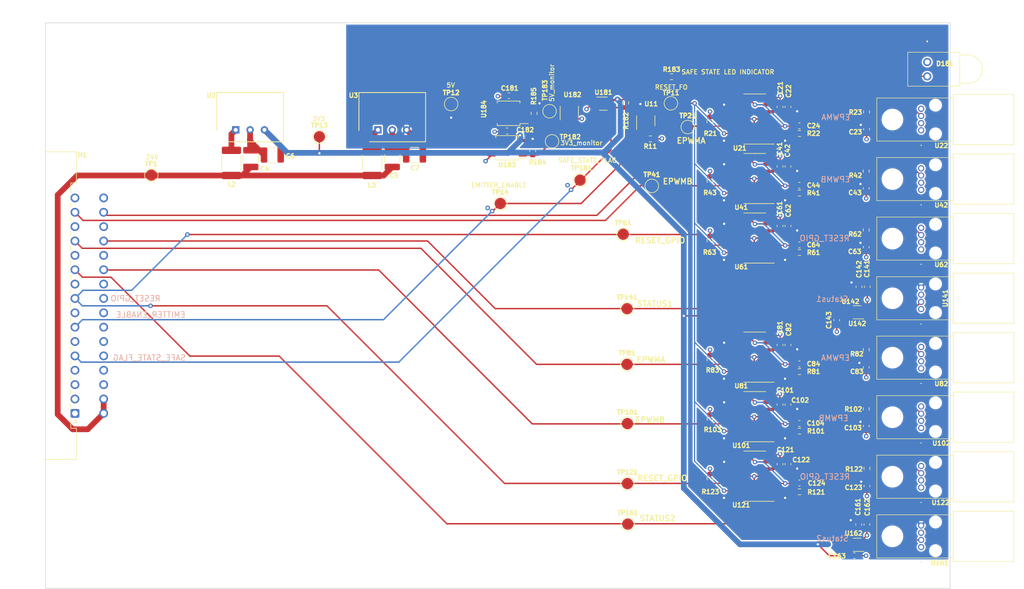
<source format=kicad_pcb>
(kicad_pcb (version 20171130) (host pcbnew "(5.1.10)-1")
  (title_block (title "MC_FO: Layout") (date 2021-11-2) (rev 1))
  (layers (0 F.Cu signal) (1 GND1.Cu signal hide) (2 GND2.Cu signal hide) (31 B.Cu signal) (35 F.Paste user) (36 B.SilkS user) (37 F.SilkS user) (38 B.Mask user) (39 F.Mask user) (44 Edge.Cuts user))
  (net 0 "")
  (net 1 GND)
  (net 2 24V)
  (net 3 /Detector1/5V)
  (net 4 "Net-(C44-Pad2)")
  (net 5 "Net-(C44-Pad1)")
  (net 6 "Net-(C64-Pad2)")
  (net 7 "Net-(C64-Pad1)")
  (net 8 "Net-(C84-Pad2)")
  (net 9 "Net-(C84-Pad1)")
  (net 10 "Net-(C104-Pad1)")
  (net 11 "Net-(C104-Pad2)")
  (net 12 "Net-(C124-Pad1)")
  (net 13 "Net-(C124-Pad2)")
  (net 14 "Net-(D181-Pad2)")
  (net 15 EPWM1A)
  (net 16 EPWM1B)
  (net 17 EPWM2A)
  (net 18 EPWM2B)
  (net 19 STATUS1)
  (net 20 STATUS2)
  (net 21 "Net-(R183-Pad2)")
  (net 22 "Net-(U41-Pad10)")
  (net 23 "Net-(U61-Pad10)")
  (net 24 "Net-(U81-Pad10)")
  (net 25 "Net-(U101-Pad10)")
  (net 26 "Net-(U121-Pad10)")
  (net 27 /Emitter1/RESET_FO)
  (net 28 "Net-(L2-Pad2)")
  (net 29 "Net-(L3-Pad2)")
  (net 30 "Net-(C24-Pad2)")
  (net 31 "Net-(C24-Pad1)")
  (net 32 ~SAFE_STATE_FLAG~)
  (net 33 EMITTER_ENABLE)
  (net 34 RESET_GPIO)
  (net 35 "Net-(R184-Pad2)")
  (net 36 "Net-(R185-Pad2)")
  (net 37 "Net-(U21-Pad10)")
  (net 38 "Net-(U141-Pad2)")
  (net 39 "Net-(U161-Pad2)")
  (net 40 "Net-(U181-Pad1)")
  (net 41 "Net-(U183-Pad3)")
  (net 42 "Net-(U184-Pad3)")
  (net 43 /Detector1/3V3)
  (module Footprints_MC-FO:IFD97 (layer F.Cu) (at 241.2365 143.51 90)
    (fp_text reference U161 (at -2.794 3.302 180) (layer F.SilkS) (effects (font (size 0.8 0.8) (thickness 0.2))))
    (fp_text value IFD97 hide)
    (pad MH3 np_thru_hole circle (at 4.445 2.54 90) (size 1.775 0) (drill 1.775) (layers *.Cu *.Mask))
    (pad MH2 np_thru_hole circle (at -0.635 2.54 90) (size 1.775 0) (drill 1.775) (layers *.Cu *.Mask))
    (pad "" np_thru_hole circle (at 1.905 -5.08 90) (size 3.31 3.31) (drill 3.31) (layers *.Cu *.Mask))
    (pad 4 thru_hole circle (at 3.81 0 90) (size 1.1 1.1) (drill 0.7) (layers *.Cu *.Mask) (net 3 /Detector1/5V))
    (pad 3 thru_hole circle (at 2.54 0 90) (size 1.1 1.1) (drill 0.7) (layers *.Cu *.Mask) (net 1 GND))
    (pad 2 thru_hole circle (at 1.27 0 90) (size 1.1 1.1) (drill 0.7) (layers *.Cu *.Mask) (net 39 "Net-(U161-Pad2)"))
    (pad 1 thru_hole circle (at 0 0 90) (size 1.1 1.1) (drill 0.7) (layers *.Cu *.Mask) (net 1 GND))
  )
  (module Footprints_MC-FO:IFE98 (layer F.Cu) (at 241.24 69.8 90)
    (fp_text reference U22 (at -2.7 3.56 180) (layer F.SilkS) (effects (font (size 0.8 0.8) (thickness 0.2))))
    (fp_text value IFE98 hide)
    (pad "" np_thru_hole circle (at 4.445 2.54 90) (size 1.775 1.775) (drill 1.775) (layers *.Cu *.Mask))
    (pad MH2 np_thru_hole circle (at -0.635 2.54 90) (size 1.775 0) (drill 1.775) (layers *.Cu *.Mask))
    (pad "" np_thru_hole circle (at 1.905 -5.08 90) (size 3.31 3.31) (drill 3.31) (layers *.Cu *.Mask))
    (pad 4 thru_hole circle (at 3.81 0 90) (size 1.1 1.1) (drill 0.7) (layers *.Cu *.Mask) (net 1 GND))
    (pad 3 thru_hole circle (at 2.54 0 90) (size 1.1 1.1) (drill 0.7) (layers *.Cu *.Mask) (net 30 "Net-(C24-Pad2)"))
    (pad 2 thru_hole circle (at 1.27 0 90) (size 1.1 1.1) (drill 0.7) (layers *.Cu *.Mask) (net 1 GND))
    (pad 1 thru_hole circle (at 0 0 90) (size 1.1 1.1) (drill 0.7) (layers *.Cu *.Mask) (net 1 GND))
  )
  (module Footprints_MC-FO:IFE98 (layer F.Cu) (at 241.24 122.442855 90)
    (fp_text reference U102 (at -2.7 3.56 180) (layer F.SilkS) (effects (font (size 0.8 0.8) (thickness 0.2))))
    (fp_text value IFE98 hide)
    (pad "" np_thru_hole circle (at 4.445 2.54 90) (size 1.775 1.775) (drill 1.775) (layers *.Cu *.Mask))
    (pad MH2 np_thru_hole circle (at -0.635 2.54 90) (size 1.775 0) (drill 1.775) (layers *.Cu *.Mask))
    (pad "" np_thru_hole circle (at 1.905 -5.08 90) (size 3.31 3.31) (drill 3.31) (layers *.Cu *.Mask))
    (pad 4 thru_hole circle (at 3.81 0 90) (size 1.1 1.1) (drill 0.7) (layers *.Cu *.Mask) (net 1 GND))
    (pad 3 thru_hole circle (at 2.54 0 90) (size 1.1 1.1) (drill 0.7) (layers *.Cu *.Mask) (net 11 "Net-(C104-Pad2)"))
    (pad 2 thru_hole circle (at 1.27 0 90) (size 1.1 1.1) (drill 0.7) (layers *.Cu *.Mask) (net 1 GND))
    (pad 1 thru_hole circle (at 0 0 90) (size 1.1 1.1) (drill 0.7) (layers *.Cu *.Mask) (net 1 GND))
  )
  (module Footprints_MC-FO:IFE98 (layer F.Cu) (at 241.24 90.857142 90)
    (fp_text reference U62 (at -2.7 3.56 180) (layer F.SilkS) (effects (font (size 0.8 0.8) (thickness 0.2))))
    (fp_text value IFE98 hide)
    (pad "" np_thru_hole circle (at 4.445 2.54 90) (size 1.775 1.775) (drill 1.775) (layers *.Cu *.Mask))
    (pad MH2 np_thru_hole circle (at -0.635 2.54 90) (size 1.775 0) (drill 1.775) (layers *.Cu *.Mask))
    (pad "" np_thru_hole circle (at 1.905 -5.08 90) (size 3.31 3.31) (drill 3.31) (layers *.Cu *.Mask))
    (pad 4 thru_hole circle (at 3.81 0 90) (size 1.1 1.1) (drill 0.7) (layers *.Cu *.Mask) (net 1 GND))
    (pad 3 thru_hole circle (at 2.54 0 90) (size 1.1 1.1) (drill 0.7) (layers *.Cu *.Mask) (net 6 "Net-(C64-Pad2)"))
    (pad 2 thru_hole circle (at 1.27 0 90) (size 1.1 1.1) (drill 0.7) (layers *.Cu *.Mask) (net 1 GND))
    (pad 1 thru_hole circle (at 0 0 90) (size 1.1 1.1) (drill 0.7) (layers *.Cu *.Mask) (net 1 GND))
  )
  (module Footprints_MC-FO:IFE98 (layer F.Cu) (at 241.24 80.328571 90)
    (fp_text reference U42 (at -2.7 3.56 180) (layer F.SilkS) (effects (font (size 0.8 0.8) (thickness 0.2))))
    (fp_text value IFE98 hide)
    (pad "" np_thru_hole circle (at 4.445 2.54 90) (size 1.775 1.775) (drill 1.775) (layers *.Cu *.Mask))
    (pad MH2 np_thru_hole circle (at -0.635 2.54 90) (size 1.775 0) (drill 1.775) (layers *.Cu *.Mask))
    (pad "" np_thru_hole circle (at 1.905 -5.08 90) (size 3.31 3.31) (drill 3.31) (layers *.Cu *.Mask))
    (pad 4 thru_hole circle (at 3.81 0 90) (size 1.1 1.1) (drill 0.7) (layers *.Cu *.Mask) (net 1 GND))
    (pad 3 thru_hole circle (at 2.54 0 90) (size 1.1 1.1) (drill 0.7) (layers *.Cu *.Mask) (net 4 "Net-(C44-Pad2)"))
    (pad 2 thru_hole circle (at 1.27 0 90) (size 1.1 1.1) (drill 0.7) (layers *.Cu *.Mask) (net 1 GND))
    (pad 1 thru_hole circle (at 0 0 90) (size 1.1 1.1) (drill 0.7) (layers *.Cu *.Mask) (net 1 GND))
  )
  (module Footprints_MC-FO:IFE98 (layer F.Cu) (at 241.24 111.914284 90)
    (fp_text reference U82 (at -2.7 3.56) (layer F.SilkS) (effects (font (size 0.8 0.8) (thickness 0.2))))
    (fp_text value IFE98 hide)
    (pad "" np_thru_hole circle (at 4.445 2.54 90) (size 1.775 1.775) (drill 1.775) (layers *.Cu *.Mask))
    (pad MH2 np_thru_hole circle (at -0.635 2.54 90) (size 1.775 0) (drill 1.775) (layers *.Cu *.Mask))
    (pad "" np_thru_hole circle (at 1.905 -5.08 90) (size 3.31 3.31) (drill 3.31) (layers *.Cu *.Mask))
    (pad 4 thru_hole circle (at 3.81 0 90) (size 1.1 1.1) (drill 0.7) (layers *.Cu *.Mask) (net 1 GND))
    (pad 3 thru_hole circle (at 2.54 0 90) (size 1.1 1.1) (drill 0.7) (layers *.Cu *.Mask) (net 8 "Net-(C84-Pad2)"))
    (pad 2 thru_hole circle (at 1.27 0 90) (size 1.1 1.1) (drill 0.7) (layers *.Cu *.Mask) (net 1 GND))
    (pad 1 thru_hole circle (at 0 0 90) (size 1.1 1.1) (drill 0.7) (layers *.Cu *.Mask) (net 1 GND))
  )
  (module Footprints_MC-FO:IFE98 (layer F.Cu) (at 241.24 132.971426 90)
    (fp_text reference U122 (at -2.664574 3.4255 180) (layer F.SilkS) (effects (font (size 0.8 0.8) (thickness 0.2))))
    (fp_text value IFE98 hide)
    (pad "" np_thru_hole circle (at 4.445 2.54 90) (size 1.775 1.775) (drill 1.775) (layers *.Cu *.Mask))
    (pad MH2 np_thru_hole circle (at -0.635 2.54 90) (size 1.775 0) (drill 1.775) (layers *.Cu *.Mask))
    (pad "" np_thru_hole circle (at 1.905 -5.08 90) (size 3.31 3.31) (drill 3.31) (layers *.Cu *.Mask))
    (pad 4 thru_hole circle (at 3.81 0 90) (size 1.1 1.1) (drill 0.7) (layers *.Cu *.Mask) (net 1 GND))
    (pad 3 thru_hole circle (at 2.54 0 90) (size 1.1 1.1) (drill 0.7) (layers *.Cu *.Mask) (net 13 "Net-(C124-Pad2)"))
    (pad 2 thru_hole circle (at 1.27 0 90) (size 1.1 1.1) (drill 0.7) (layers *.Cu *.Mask) (net 1 GND))
    (pad 1 thru_hole circle (at 0 0 90) (size 1.1 1.1) (drill 0.7) (layers *.Cu *.Mask) (net 1 GND))
  )
  (module Footprints_MC-FO:IFD97 (layer F.Cu) (at 241.2365 101.4095 90)
    (fp_text reference U141 (at 1.905 4.277 90) (layer F.SilkS) (effects (font (size 0.8 0.8) (thickness 0.2))))
    (fp_text value IFD97 hide)
    (pad MH3 np_thru_hole circle (at 4.445 2.54 90) (size 1.775 0) (drill 1.775) (layers *.Cu *.Mask))
    (pad MH2 np_thru_hole circle (at -0.635 2.54 90) (size 1.775 0) (drill 1.775) (layers *.Cu *.Mask))
    (pad "" np_thru_hole circle (at 1.905 -5.08 90) (size 3.31 3.31) (drill 3.31) (layers *.Cu *.Mask))
    (pad 4 thru_hole circle (at 3.81 0 90) (size 1.1 1.1) (drill 0.7) (layers *.Cu *.Mask) (net 3 /Detector1/5V))
    (pad 3 thru_hole circle (at 2.54 0 90) (size 1.1 1.1) (drill 0.7) (layers *.Cu *.Mask) (net 1 GND))
    (pad 2 thru_hole circle (at 1.27 0 90) (size 1.1 1.1) (drill 0.7) (layers *.Cu *.Mask) (net 38 "Net-(U141-Pad2)"))
    (pad 1 thru_hole circle (at 0 0 90) (size 1.1 1.1) (drill 0.7) (layers *.Cu *.Mask) (net 1 GND))
  )
  (module Inductor_SMD:L_1812_4532Metric_Pad1.30x3.40mm_HandSolder (layer F.Cu) (at 144.145 75.565 90)
    (fp_text reference L3 (at -3.937 -0.0635 180) (layer F.SilkS) (effects (font (size 0.8 0.8) (thickness 0.2))))
    (fp_text value 3.9uH hide)
    (pad 2 smd roundrect (at 2.225 0 90) (size 1.3 3.4) (layers F.Cu F.Paste F.Mask) (roundrect_rratio 0.1923076923076923) (net 29 "Net-(L3-Pad2)"))
    (pad 1 smd roundrect (at -2.225 0 90) (size 1.3 3.4) (layers F.Cu F.Paste F.Mask) (roundrect_rratio 0.1923076923076923) (net 2 24V))
  )
  (module Inductor_SMD:L_1812_4532Metric_Pad1.30x3.40mm_HandSolder (layer F.Cu) (at 119.253 75.565 90)
    (fp_text reference L2 (at -3.81 0.0635 180) (layer F.SilkS) (effects (font (size 0.8 0.8) (thickness 0.2))))
    (fp_text value 3.9uH hide)
    (pad 2 smd roundrect (at 2.225 0 90) (size 1.3 3.4) (layers F.Cu F.Paste F.Mask) (roundrect_rratio 0.1923076923076923) (net 28 "Net-(L2-Pad2)"))
    (pad 1 smd roundrect (at -2.225 0 90) (size 1.3 3.4) (layers F.Cu F.Paste F.Mask) (roundrect_rratio 0.1923076923076923) (net 2 24V))
  )
  (module Capacitor_SMD:C_1210_3225Metric (layer F.Cu) (at 151.638 74.168 180)
    (fp_text reference C7 (at -0.0635 -2.286) (layer F.SilkS) (effects (font (size 0.8 0.8) (thickness 0.2))))
    (fp_text value unpopulated hide)
    (pad 2 smd roundrect (at 1.475 0 180) (size 1.15 2.7) (layers F.Cu F.Paste F.Mask) (roundrect_rratio 0.2173904347826087) (net 1 GND))
    (pad 1 smd roundrect (at -1.475 0 180) (size 1.15 2.7) (layers F.Cu F.Paste F.Mask) (roundrect_rratio 0.2173904347826087) (net 3 /Detector1/5V))
  )
  (module Capacitor_SMD:C_1210_3225Metric (layer F.Cu) (at 126.492 74.168 180)
    (fp_text reference C6 (at -3.175 -0.1905) (layer F.SilkS) (effects (font (size 0.8 0.8) (thickness 0.2))))
    (fp_text value unpopulated hide)
    (pad 2 smd roundrect (at 1.475 0 180) (size 1.15 2.7) (layers F.Cu F.Paste F.Mask) (roundrect_rratio 0.2173904347826087) (net 1 GND))
    (pad 1 smd roundrect (at -1.475 0 180) (size 1.15 2.7) (layers F.Cu F.Paste F.Mask) (roundrect_rratio 0.2173904347826087) (net 43 /Detector1/3V3))
  )
  (module Capacitor_SMD:C_1210_3225Metric (layer F.Cu) (at 122.682 74.803 90)
    (fp_text reference C4 (at -1.8415 2.4765 180) (layer F.SilkS) (effects (font (size 0.8 0.8) (thickness 0.2))))
    (fp_text value "4.7 uF" hide)
    (pad 2 smd roundrect (at 1.475 0 90) (size 1.15 2.7) (layers F.Cu F.Paste F.Mask) (roundrect_rratio 0.2173904347826087) (net 1 GND))
    (pad 1 smd roundrect (at -1.475 0 90) (size 1.15 2.7) (layers F.Cu F.Paste F.Mask) (roundrect_rratio 0.2173904347826087) (net 2 24V))
  )
  (module Capacitor_SMD:C_1210_3225Metric (layer F.Cu) (at 147.701 74.803 90)
    (fp_text reference C5 (at -2.9845 0.3175 180) (layer F.SilkS) (effects (font (size 0.8 0.8) (thickness 0.2))))
    (fp_text value "4.7 uF" hide)
    (pad 2 smd roundrect (at 1.475 0 90) (size 1.15 2.7) (layers F.Cu F.Paste F.Mask) (roundrect_rratio 0.2173904347826087) (net 1 GND))
    (pad 1 smd roundrect (at -1.475 0 90) (size 1.15 2.7) (layers F.Cu F.Paste F.Mask) (roundrect_rratio 0.2173904347826087) (net 2 24V))
  )
  (module Capacitor_SMD:C_0603_1608Metric (layer F.Cu) (at 216.281 65.659 90)
    (fp_text reference C21 (at 3.3655 0.0635 270) (layer F.SilkS) (effects (font (size 0.8 0.8) (thickness 0.2))))
    (fp_text value "0.1 uF" hide)
    (pad 1 smd roundrect (at -0.775 0 90) (size 0.9 0.95) (layers F.Cu F.Paste F.Mask) (net 3 /Detector1/5V))
    (pad 2 smd roundrect (at 0.775 0 90) (size 0.9 0.95) (layers F.Cu F.Paste F.Mask) (net 1 GND))
  )
  (module Capacitor_SMD:C_0603_1608Metric (layer F.Cu) (at 217.678 65.659 90)
    (fp_text reference C22 (at 2.794 0.127 270) (layer F.SilkS) (effects (font (size 0.8 0.8) (thickness 0.2))))
    (fp_text value "10 uF" hide)
    (pad 1 smd roundrect (at -0.775 0 90) (size 0.9 0.95) (layers F.Cu F.Paste F.Mask) (net 3 /Detector1/5V))
    (pad 2 smd roundrect (at 0.775 0 90) (size 0.9 0.95) (layers F.Cu F.Paste F.Mask) (net 1 GND))
  )
  (module Capacitor_SMD:C_0603_1608Metric (layer F.Cu) (at 231.5845 69.596 270)
    (fp_text reference C23 (at 0.508 1.9685 180) (layer F.SilkS) (effects (font (size 0.8 0.8) (thickness 0.2))))
    (fp_text value "0.1 uF" hide)
    (pad 2 smd roundrect (at 0.775 0 270) (size 0.9 0.95) (layers F.Cu F.Paste F.Mask) (net 1 GND))
    (pad 1 smd roundrect (at -0.775 0 270) (size 0.9 0.95) (layers F.Cu F.Paste F.Mask) (net 3 /Detector1/5V))
  )
  (module Capacitor_SMD:C_0603_1608Metric (layer F.Cu) (at 219.71 69)
    (fp_text reference C24 (at 2.5 0) (layer F.SilkS) (effects (font (size 0.8 0.8) (thickness 0.2))))
    (fp_text value "100 pF" hide)
    (pad 2 smd roundrect (at 0.775 0) (size 0.9 0.95) (layers F.Cu F.Paste F.Mask) (net 30 "Net-(C24-Pad2)"))
    (pad 1 smd roundrect (at -0.775 0) (size 0.9 0.95) (layers F.Cu F.Paste F.Mask) (net 31 "Net-(C24-Pad1)"))
  )
  (module Capacitor_SMD:C_0603_1608Metric (layer F.Cu) (at 216.281 76.187571 90)
    (fp_text reference C41 (at 3.162571 -0.0635 270) (layer F.SilkS) (effects (font (size 0.8 0.8) (thickness 0.2))))
    (fp_text value "0.1 uF" hide)
    (pad 1 smd roundrect (at -0.775 0 90) (size 0.9 0.95) (layers F.Cu F.Paste F.Mask) (net 3 /Detector1/5V))
    (pad 2 smd roundrect (at 0.775 0 90) (size 0.9 0.95) (layers F.Cu F.Paste F.Mask) (net 1 GND))
  )
  (module Capacitor_SMD:C_0603_1608Metric (layer F.Cu) (at 217.678 76.187571 90)
    (fp_text reference C42 (at 2.781571 -0.0635 270) (layer F.SilkS) (effects (font (size 0.8 0.8) (thickness 0.2))))
    (fp_text value "10 uF" hide)
    (pad 1 smd roundrect (at -0.775 0 90) (size 0.9 0.95) (layers F.Cu F.Paste F.Mask) (net 3 /Detector1/5V))
    (pad 2 smd roundrect (at 0.775 0 90) (size 0.9 0.95) (layers F.Cu F.Paste F.Mask) (net 1 GND))
  )
  (module Capacitor_SMD:C_0603_1608Metric (layer F.Cu) (at 231.521 80.061071 270)
    (fp_text reference C43 (at 0.774429 1.9685 180) (layer F.SilkS) (effects (font (size 0.8 0.8) (thickness 0.2))))
    (fp_text value "0.1 uF" hide)
    (pad 1 smd roundrect (at -0.775 0 270) (size 0.9 0.95) (layers F.Cu F.Paste F.Mask) (net 3 /Detector1/5V))
    (pad 2 smd roundrect (at 0.775 0 270) (size 0.9 0.95) (layers F.Cu F.Paste F.Mask) (net 1 GND))
  )
  (module Capacitor_SMD:C_0603_1608Metric (layer F.Cu) (at 219.71 79.528571)
    (fp_text reference C44 (at 2.5 0) (layer F.SilkS) (effects (font (size 0.8 0.8) (thickness 0.2))))
    (fp_text value "100 pF" hide)
    (pad 2 smd roundrect (at 0.775 0) (size 0.9 0.95) (layers F.Cu F.Paste F.Mask) (net 4 "Net-(C44-Pad2)"))
    (pad 1 smd roundrect (at -0.775 0) (size 0.9 0.95) (layers F.Cu F.Paste F.Mask) (net 5 "Net-(C44-Pad1)"))
  )
  (module Capacitor_SMD:C_0603_1608Metric (layer F.Cu) (at 216.281 86.716142 90)
    (fp_text reference C61 (at 3.213642 -0.0635 270) (layer F.SilkS) (effects (font (size 0.8 0.8) (thickness 0.2))))
    (fp_text value "0.1 uF" hide)
    (pad 1 smd roundrect (at -0.775 0 90) (size 0.9 0.95) (layers F.Cu F.Paste F.Mask) (net 3 /Detector1/5V))
    (pad 2 smd roundrect (at 0.775 0 90) (size 0.9 0.95) (layers F.Cu F.Paste F.Mask) (net 1 GND))
  )
  (module Capacitor_SMD:C_0603_1608Metric (layer F.Cu) (at 217.678 86.716142 90)
    (fp_text reference C62 (at 2.705642 0.0635 270) (layer F.SilkS) (effects (font (size 0.8 0.8) (thickness 0.2))))
    (fp_text value "10 uF" hide)
    (pad 1 smd roundrect (at -0.775 0 90) (size 0.9 0.95) (layers F.Cu F.Paste F.Mask) (net 3 /Detector1/5V))
    (pad 2 smd roundrect (at 0.775 0 90) (size 0.9 0.95) (layers F.Cu F.Paste F.Mask) (net 1 GND))
  )
  (module Capacitor_SMD:C_0603_1608Metric (layer F.Cu) (at 231.521 90.462642 270)
    (fp_text reference C63 (at 0.786858 2.032 180) (layer F.SilkS) (effects (font (size 0.8 0.8) (thickness 0.2))))
    (fp_text value "0.1 uF" hide)
    (pad 2 smd roundrect (at 0.775 0 270) (size 0.9 0.95) (layers F.Cu F.Paste F.Mask) (net 1 GND))
    (pad 1 smd roundrect (at -0.775 0 270) (size 0.9 0.95) (layers F.Cu F.Paste F.Mask) (net 3 /Detector1/5V))
  )
  (module Capacitor_SMD:C_0603_1608Metric (layer F.Cu) (at 219.71 90.057142)
    (fp_text reference C64 (at 2.5 0) (layer F.SilkS) (effects (font (size 0.8 0.8) (thickness 0.2))))
    (fp_text value "100 pF" hide)
    (pad 1 smd roundrect (at -0.775 0) (size 0.9 0.95) (layers F.Cu F.Paste F.Mask) (net 7 "Net-(C64-Pad1)"))
    (pad 2 smd roundrect (at 0.775 0) (size 0.9 0.95) (layers F.Cu F.Paste F.Mask) (net 6 "Net-(C64-Pad2)"))
  )
  (module Capacitor_SMD:C_0603_1608Metric (layer F.Cu) (at 216.281 107.773284 90)
    (fp_text reference C81 (at 3.125284 0 270) (layer F.SilkS) (effects (font (size 0.8 0.8) (thickness 0.2))))
    (fp_text value "0.1 uF" hide)
    (pad 2 smd roundrect (at 0.775 0 90) (size 0.9 0.95) (layers F.Cu F.Paste F.Mask) (net 1 GND))
    (pad 1 smd roundrect (at -0.775 0 90) (size 0.9 0.95) (layers F.Cu F.Paste F.Mask) (net 3 /Detector1/5V))
  )
  (module Capacitor_SMD:C_0603_1608Metric (layer F.Cu) (at 217.678 107.773284 90)
    (fp_text reference C82 (at 2.744284 0.127 270) (layer F.SilkS) (effects (font (size 0.8 0.8) (thickness 0.2))))
    (fp_text value "10 uF" hide)
    (pad 2 smd roundrect (at 0.775 0 90) (size 0.9 0.95) (layers F.Cu F.Paste F.Mask) (net 1 GND))
    (pad 1 smd roundrect (at -0.775 0 90) (size 0.9 0.95) (layers F.Cu F.Paste F.Mask) (net 3 /Detector1/5V))
  )
  (module Capacitor_SMD:C_0603_1608Metric (layer F.Cu) (at 231.521 111.710284 270)
    (fp_text reference C83 (at 0.762 1.651 180) (layer F.SilkS) (effects (font (size 0.8 0.8) (thickness 0.2))))
    (fp_text value "0.1 uF" hide)
    (pad 1 smd roundrect (at -0.775 0 270) (size 0.9 0.95) (layers F.Cu F.Paste F.Mask) (net 3 /Detector1/5V))
    (pad 2 smd roundrect (at 0.775 0 270) (size 0.9 0.95) (layers F.Cu F.Paste F.Mask) (net 1 GND))
  )
  (module Capacitor_SMD:C_0603_1608Metric (layer F.Cu) (at 219.71 111.114284)
    (fp_text reference C84 (at 2.5 0) (layer F.SilkS) (effects (font (size 0.8 0.8) (thickness 0.2))))
    (fp_text value "100 pF" hide)
    (pad 1 smd roundrect (at -0.775 0) (size 0.9 0.95) (layers F.Cu F.Paste F.Mask) (net 9 "Net-(C84-Pad1)"))
    (pad 2 smd roundrect (at 0.775 0) (size 0.9 0.95) (layers F.Cu F.Paste F.Mask) (net 8 "Net-(C84-Pad2)"))
  )
  (module Capacitor_SMD:C_0603_1608Metric (layer F.Cu) (at 216.281 118.301855 90)
    (fp_text reference C101 (at 2.541355 0.889) (layer F.SilkS) (effects (font (size 0.8 0.8) (thickness 0.2))))
    (fp_text value "0.1 uF" hide)
    (pad 2 smd roundrect (at 0.775 0 90) (size 0.9 0.95) (layers F.Cu F.Paste F.Mask) (net 1 GND))
    (pad 1 smd roundrect (at -0.775 0 90) (size 0.9 0.95) (layers F.Cu F.Paste F.Mask) (net 3 /Detector1/5V))
  )
  (module Capacitor_SMD:C_0603_1608Metric (layer F.Cu) (at 217.678 118.301855 90)
    (fp_text reference C102 (at 0.763355 2.159 180) (layer F.SilkS) (effects (font (size 0.8 0.8) (thickness 0.2))))
    (fp_text value "10 uF" hide)
    (pad 1 smd roundrect (at -0.775 0 90) (size 0.9 0.95) (layers F.Cu F.Paste F.Mask) (net 3 /Detector1/5V))
    (pad 2 smd roundrect (at 0.775 0 90) (size 0.9 0.95) (layers F.Cu F.Paste F.Mask) (net 1 GND))
  )
  (module Capacitor_SMD:C_0603_1608Metric (layer F.Cu) (at 231.521 122.111855 270)
    (fp_text reference C103 (at 0.316145 2.3495 180) (layer F.SilkS) (effects (font (size 0.8 0.8) (thickness 0.2))))
    (fp_text value "0.1 uF" hide)
    (pad 1 smd roundrect (at -0.775 0 270) (size 0.9 0.95) (layers F.Cu F.Paste F.Mask) (net 3 /Detector1/5V))
    (pad 2 smd roundrect (at 0.775 0 270) (size 0.9 0.95) (layers F.Cu F.Paste F.Mask) (net 1 GND))
  )
  (module Capacitor_SMD:C_0603_1608Metric (layer F.Cu) (at 219.71 121.642855)
    (fp_text reference C104 (at 2.8575 -0.040355) (layer F.SilkS) (effects (font (size 0.8 0.8) (thickness 0.2))))
    (fp_text value "100 pF" hide)
    (pad 1 smd roundrect (at -0.775 0) (size 0.9 0.95) (layers F.Cu F.Paste F.Mask) (net 10 "Net-(C104-Pad1)"))
    (pad 2 smd roundrect (at 0.775 0) (size 0.9 0.95) (layers F.Cu F.Paste F.Mask) (net 11 "Net-(C104-Pad2)"))
  )
  (module Capacitor_SMD:C_0603_1608Metric (layer F.Cu) (at 216.281 128.830426 90)
    (fp_text reference C121 (at 2.528926 0.9525 180) (layer F.SilkS) (effects (font (size 0.8 0.8) (thickness 0.2))))
    (fp_text value "0.1 uF" hide)
    (pad 1 smd roundrect (at -0.775 0 90) (size 0.9 0.95) (layers F.Cu F.Paste F.Mask) (net 3 /Detector1/5V))
    (pad 2 smd roundrect (at 0.775 0 90) (size 0.9 0.95) (layers F.Cu F.Paste F.Mask) (net 1 GND))
  )
  (module Capacitor_SMD:C_0603_1608Metric (layer F.Cu) (at 217.678 128.830426 90)
    (fp_text reference C122 (at 0.750926 2.3495 180) (layer F.SilkS) (effects (font (size 0.8 0.8) (thickness 0.2))))
    (fp_text value "10 uF" hide)
    (pad 1 smd roundrect (at -0.775 0 90) (size 0.9 0.95) (layers F.Cu F.Paste F.Mask) (net 3 /Detector1/5V))
    (pad 2 smd roundrect (at 0.775 0 90) (size 0.9 0.95) (layers F.Cu F.Paste F.Mask) (net 1 GND))
  )
  (module Capacitor_SMD:C_0603_1608Metric (layer F.Cu) (at 231.648 132.703926 270)
    (fp_text reference C123 (at 0.265074 2.3495 180) (layer F.SilkS) (effects (font (size 0.8 0.8) (thickness 0.2))))
    (fp_text value "0.1 uF" hide)
    (pad 2 smd roundrect (at 0.775 0 270) (size 0.9 0.95) (layers F.Cu F.Paste F.Mask) (net 1 GND))
    (pad 1 smd roundrect (at -0.775 0 270) (size 0.9 0.95) (layers F.Cu F.Paste F.Mask) (net 3 /Detector1/5V))
  )
  (module Capacitor_SMD:C_0603_1608Metric (layer F.Cu) (at 219.71 132.171426)
    (fp_text reference C124 (at 3.048 0.035574) (layer F.SilkS) (effects (font (size 0.8 0.8) (thickness 0.2))))
    (fp_text value "100 pF" hide)
    (pad 2 smd roundrect (at 0.775 0) (size 0.9 0.95) (layers F.Cu F.Paste F.Mask) (net 13 "Net-(C124-Pad2)"))
    (pad 1 smd roundrect (at -0.775 0) (size 0.9 0.95) (layers F.Cu F.Paste F.Mask) (net 12 "Net-(C124-Pad1)"))
  )
  (module Capacitor_SMD:C_0603_1608Metric (layer F.Cu) (at 168.021 69.9135 180)
    (fp_text reference C182 (at -3.175 0.1905) (layer F.SilkS) (effects (font (size 0.8 0.8) (thickness 0.2))))
    (fp_text value "1 uF or unpop" hide)
    (pad 1 smd roundrect (at -0.775 0 180) (size 0.9 0.95) (layers F.Cu F.Paste F.Mask) (net 43 /Detector1/3V3))
    (pad 2 smd roundrect (at 0.775 0 180) (size 0.9 0.95) (layers F.Cu F.Paste F.Mask) (net 1 GND))
  )
  (module Capacitor_SMD:C_0603_1608Metric (layer F.Cu) (at 168.3385 63.6905 180)
    (fp_text reference C181 (at -0.127 1.3335) (layer F.SilkS) (effects (font (size 0.8 0.8) (thickness 0.2))))
    (fp_text value "1 uF" hide)
    (pad 2 smd roundrect (at 0.775 0 180) (size 0.9 0.95) (layers F.Cu F.Paste F.Mask) (net 1 GND))
    (pad 1 smd roundrect (at -0.775 0 180) (size 0.9 0.95) (layers F.Cu F.Paste F.Mask) (net 3 /Detector1/5V))
  )
  (module Footprints_MC-FO:86094327313755E1LF (layer F.Cu) (at 86.5 100.805 90)
    (fp_text reference H1 (at 26.655 6.4 180) (layer F.SilkS) (effects (font (size 0.8 0.8) (thickness 0.2))))
    (fp_text value 86094327313755E1LF hide)
    (pad "" np_thru_hole circle (at -24.13 2.54 90) (size 2.85 2.85) (drill 2.85) (layers *.Cu *.Mask))
    (pad "" np_thru_hole circle (at 24.13 2.54 90) (size 2.85 2.85) (drill 2.85) (layers *.Cu *.Mask))
    (pad 1 thru_hole roundrect (at -19.05 5.08 90) (size 1.55 1.55) (drill 1) (layers *.Cu *.Mask) (roundrect_rratio 0.1612890322580645) (net 1 GND))
    (pad 2 thru_hole circle (at -16.51 5.08 90) (size 1.55 1.55) (drill 1) (layers *.Cu *.Mask) (net 1 GND))
    (pad 3 thru_hole circle (at -13.97 5.08 90) (size 1.55 1.55) (drill 1) (layers *.Cu *.Mask) (net 1 GND))
    (pad 4 thru_hole circle (at -11.43 5.08 90) (size 1.55 1.55) (drill 1) (layers *.Cu *.Mask) (net 1 GND))
    (pad 5 thru_hole circle (at -8.89 5.08 90) (size 1.55 1.55) (drill 1) (layers *.Cu *.Mask) (net 32 ~SAFE_STATE_FLAG~))
    (pad 6 thru_hole circle (at -6.35 5.08 90) (size 1.55 1.55) (drill 1) (layers *.Cu *.Mask) (net 1 GND))
    (pad 7 thru_hole circle (at -3.81 5.08 90) (size 1.55 1.55) (drill 1) (layers *.Cu *.Mask) (net 33 EMITTER_ENABLE))
    (pad 8 thru_hole circle (at -1.27 5.08 90) (size 1.55 1.55) (drill 1) (layers *.Cu *.Mask) (net 1 GND))
    (pad 9 thru_hole circle (at 1.27 5.08 90) (size 1.55 1.55) (drill 1) (layers *.Cu *.Mask) (net 34 RESET_GPIO))
    (pad 10 thru_hole circle (at 3.81 5.08 90) (size 1.55 1.55) (drill 1) (layers *.Cu *.Mask) (net 1 GND))
    (pad 11 thru_hole circle (at 6.35 5.08 90) (size 1.55 1.55) (drill 1) (layers *.Cu *.Mask) (net 20 STATUS2))
    (pad 12 thru_hole circle (at 8.89 5.08 90) (size 1.55 1.55) (drill 1) (layers *.Cu *.Mask) (net 1 GND))
    (pad 13 thru_hole circle (at 11.43 5.08 90) (size 1.55 1.55) (drill 1) (layers *.Cu *.Mask) (net 17 EPWM2A))
    (pad 14 thru_hole circle (at 13.97 5.08 90) (size 1.55 1.55) (drill 1) (layers *.Cu *.Mask) (net 1 GND))
    (pad 15 thru_hole circle (at 16.51 5.08 90) (size 1.55 1.55) (drill 1) (layers *.Cu *.Mask) (net 16 EPWM1B))
    (pad 16 thru_hole circle (at 19.05 5.08 90) (size 1.55 1.55) (drill 1) (layers *.Cu *.Mask) (net 1 GND))
    (pad 17 thru_hole circle (at -19.05 10.16 90) (size 1.55 1.55) (drill 1) (layers *.Cu *.Mask) (net 2 24V))
    (pad 18 thru_hole circle (at -16.51 10.16 90) (size 1.55 1.55) (drill 1) (layers *.Cu *.Mask) (net 2 24V))
    (pad 19 thru_hole circle (at -13.97 10.16 90) (size 1.55 1.55) (drill 1) (layers *.Cu *.Mask) (net 1 GND))
    (pad 20 thru_hole circle (at -11.43 10.16 90) (size 1.55 1.55) (drill 1) (layers *.Cu *.Mask) (net 1 GND))
    (pad 21 thru_hole circle (at -8.89 10.16 90) (size 1.55 1.55) (drill 1) (layers *.Cu *.Mask) (net 1 GND))
    (pad 22 thru_hole circle (at -6.35 10.16 90) (size 1.55 1.55) (drill 1) (layers *.Cu *.Mask) (net 1 GND))
    (pad 23 thru_hole circle (at -3.81 10.16 90) (size 1.55 1.55) (drill 1) (layers *.Cu *.Mask) (net 1 GND))
    (pad 24 thru_hole circle (at -1.27 10.16 90) (size 1.55 1.55) (drill 1) (layers *.Cu *.Mask) (net 1 GND))
    (pad 25 thru_hole circle (at 1.27 10.16 90) (size 1.55 1.55) (drill 1) (layers *.Cu *.Mask) (net 1 GND))
    (pad 26 thru_hole circle (at 3.81 10.16 90) (size 1.55 1.55) (drill 1) (layers *.Cu *.Mask) (net 1 GND))
    (pad 27 thru_hole circle (at 6.35 10.16 90) (size 1.55 1.55) (drill 1) (layers *.Cu *.Mask) (net 18 EPWM2B))
    (pad 28 thru_hole circle (at 8.89 10.16 90) (size 1.55 1.55) (drill 1) (layers *.Cu *.Mask) (net 1 GND))
    (pad 29 thru_hole circle (at 11.43 10.16 90) (size 1.55 1.55) (drill 1) (layers *.Cu *.Mask) (net 19 STATUS1))
    (pad 30 thru_hole circle (at 13.97 10.16 90) (size 1.55 1.55) (drill 1) (layers *.Cu *.Mask) (net 1 GND))
    (pad 31 thru_hole circle (at 16.51 10.16 90) (size 1.55 1.55) (drill 1) (layers *.Cu *.Mask) (net 15 EPWM1A))
    (pad 32 thru_hole circle (at 19.05 10.16 90) (size 1.55 1.55) (drill 1) (layers *.Cu *.Mask) (net 1 GND))
  )
  (module Resistor_SMD:R_0603_1608Metric (layer F.Cu) (at 188.9785 64.9485 270)
    (fp_text reference R182 (at 3.1743 -0.0483 270) (layer F.SilkS) (effects (font (size 0.8 0.8) (thickness 0.2))))
    (fp_text value 10K hide)
    (pad 1 smd roundrect (at -0.825 0 270) (size 0.8 0.95) (layers F.Cu F.Paste F.Mask) (net 43 /Detector1/3V3))
    (pad 2 smd roundrect (at 0.825 0 270) (size 0.8 0.95) (layers F.Cu F.Paste F.Mask) (net 32 ~SAFE_STATE_FLAG~))
  )
  (module Resistor_SMD:R_0603_1608Metric (layer F.Cu) (at 219.71 70.358)
    (fp_text reference R22 (at 2.5 0) (layer F.SilkS) (effects (font (size 0.8 0.8) (thickness 0.2))))
    (fp_text value 150R hide)
    (pad 2 smd roundrect (at 0.825 0) (size 0.8 0.95) (layers F.Cu F.Paste F.Mask) (net 30 "Net-(C24-Pad2)"))
    (pad 1 smd roundrect (at -0.825 0) (size 0.8 0.95) (layers F.Cu F.Paste F.Mask) (net 31 "Net-(C24-Pad1)"))
  )
  (module Resistor_SMD:R_0603_1608Metric (layer F.Cu) (at 231.5845 66.548 270)
    (fp_text reference R23 (at 0.0635 1.9685 180) (layer F.SilkS) (effects (font (size 0.8 0.8) (thickness 0.2))))
    (fp_text value 365R hide)
    (pad 1 smd roundrect (at -0.825 0 270) (size 0.8 0.95) (layers F.Cu F.Paste F.Mask) (net 30 "Net-(C24-Pad2)"))
    (pad 2 smd roundrect (at 0.825 0 270) (size 0.8 0.95) (layers F.Cu F.Paste F.Mask) (net 3 /Detector1/5V))
  )
  (module Resistor_SMD:R_0603_1608Metric (layer F.Cu) (at 203.9 68.25 270)
    (fp_text reference R21 (at 2.108 -0.062) (layer F.SilkS) (effects (font (size 0.8 0.8) (thickness 0.2))))
    (fp_text value 10K hide)
    (pad 1 smd roundrect (at -0.825 0 270) (size 0.8 0.95) (layers F.Cu F.Paste F.Mask) (net 1 GND))
    (pad 2 smd roundrect (at 0.825 0 270) (size 0.8 0.95) (layers F.Cu F.Paste F.Mask) (net 15 EPWM1A))
  )
  (module Resistor_SMD:R_0603_1608Metric (layer F.Cu) (at 219.71 80.886571)
    (fp_text reference R41 (at 2.5 0) (layer F.SilkS) (effects (font (size 0.8 0.8) (thickness 0.2))))
    (fp_text value 150R hide)
    (pad 1 smd roundrect (at -0.825 0) (size 0.8 0.95) (layers F.Cu F.Paste F.Mask) (net 5 "Net-(C44-Pad1)"))
    (pad 2 smd roundrect (at 0.825 0) (size 0.8 0.95) (layers F.Cu F.Paste F.Mask) (net 4 "Net-(C44-Pad2)"))
  )
  (module Resistor_SMD:R_0603_1608Metric (layer F.Cu) (at 231.521 77.013071 270)
    (fp_text reference R42 (at 0.774429 1.905 180) (layer F.SilkS) (effects (font (size 0.8 0.8) (thickness 0.2))))
    (fp_text value 365R hide)
    (pad 1 smd roundrect (at -0.825 0 270) (size 0.8 0.95) (layers F.Cu F.Paste F.Mask) (net 4 "Net-(C44-Pad2)"))
    (pad 2 smd roundrect (at 0.825 0 270) (size 0.8 0.95) (layers F.Cu F.Paste F.Mask) (net 3 /Detector1/5V))
  )
  (module Resistor_SMD:R_0603_1608Metric (layer F.Cu) (at 203.9 78.778571 270)
    (fp_text reference R43 (at 2.056929 0.0015) (layer F.SilkS) (effects (font (size 0.8 0.8) (thickness 0.2))))
    (fp_text value 10K hide)
    (pad 2 smd roundrect (at 0.825 0 270) (size 0.8 0.95) (layers F.Cu F.Paste F.Mask) (net 16 EPWM1B))
    (pad 1 smd roundrect (at -0.825 0 270) (size 0.8 0.95) (layers F.Cu F.Paste F.Mask) (net 1 GND))
  )
  (module Resistor_SMD:R_0603_1608Metric (layer F.Cu) (at 219.71 91.415142)
    (fp_text reference R61 (at 2.5 0) (layer F.SilkS) (effects (font (size 0.8 0.8) (thickness 0.2))))
    (fp_text value 150R hide)
    (pad 2 smd roundrect (at 0.825 0) (size 0.8 0.95) (layers F.Cu F.Paste F.Mask) (net 6 "Net-(C64-Pad2)"))
    (pad 1 smd roundrect (at -0.825 0) (size 0.8 0.95) (layers F.Cu F.Paste F.Mask) (net 7 "Net-(C64-Pad1)"))
  )
  (module Resistor_SMD:R_0603_1608Metric (layer F.Cu) (at 231.521 87.414642 270)
    (fp_text reference R62 (at 0.762 1.9685 180) (layer F.SilkS) (effects (font (size 0.8 0.8) (thickness 0.2))))
    (fp_text value 365R hide)
    (pad 1 smd roundrect (at -0.825 0 270) (size 0.8 0.95) (layers F.Cu F.Paste F.Mask) (net 6 "Net-(C64-Pad2)"))
    (pad 2 smd roundrect (at 0.825 0 270) (size 0.8 0.95) (layers F.Cu F.Paste F.Mask) (net 3 /Detector1/5V))
  )
  (module Resistor_SMD:R_0603_1608Metric (layer F.Cu) (at 203.9 89.307142 270)
    (fp_text reference R63 (at 2.069358 0.065) (layer F.SilkS) (effects (font (size 0.8 0.8) (thickness 0.2))))
    (fp_text value 10K hide)
    (pad 1 smd roundrect (at -0.825 0 270) (size 0.8 0.95) (layers F.Cu F.Paste F.Mask) (net 1 GND))
    (pad 2 smd roundrect (at 0.825 0 270) (size 0.8 0.95) (layers F.Cu F.Paste F.Mask) (net 34 RESET_GPIO))
  )
  (module Resistor_SMD:R_0603_1608Metric (layer F.Cu) (at 219.71 112.472284)
    (fp_text reference R81 (at 2.5 0) (layer F.SilkS) (effects (font (size 0.8 0.8) (thickness 0.2))))
    (fp_text value 150R hide)
    (pad 1 smd roundrect (at -0.825 0) (size 0.8 0.95) (layers F.Cu F.Paste F.Mask) (net 9 "Net-(C84-Pad1)"))
    (pad 2 smd roundrect (at 0.825 0) (size 0.8 0.95) (layers F.Cu F.Paste F.Mask) (net 8 "Net-(C84-Pad2)"))
  )
  (module Resistor_SMD:R_0603_1608Metric (layer F.Cu) (at 231.521 108.598784 270)
    (fp_text reference R82 (at 0.762 1.651 180) (layer F.SilkS) (effects (font (size 0.8 0.8) (thickness 0.2))))
    (fp_text value 365R hide)
    (pad 1 smd roundrect (at -0.825 0 270) (size 0.8 0.95) (layers F.Cu F.Paste F.Mask) (net 8 "Net-(C84-Pad2)"))
    (pad 2 smd roundrect (at 0.825 0 270) (size 0.8 0.95) (layers F.Cu F.Paste F.Mask) (net 3 /Detector1/5V))
  )
  (module Resistor_SMD:R_0603_1608Metric (layer F.Cu) (at 203.9 110.364284 270)
    (fp_text reference R83 (at 1.854 -0.443) (layer F.SilkS) (effects (font (size 0.8 0.8) (thickness 0.2))))
    (fp_text value 10K hide)
    (pad 2 smd roundrect (at 0.825 0 270) (size 0.8 0.95) (layers F.Cu F.Paste F.Mask) (net 17 EPWM2A))
    (pad 1 smd roundrect (at -0.825 0 270) (size 0.8 0.95) (layers F.Cu F.Paste F.Mask) (net 1 GND))
  )
  (module Resistor_SMD:R_0603_1608Metric (layer F.Cu) (at 219.71 123.000855)
    (fp_text reference R101 (at 2.921 -0.001355) (layer F.SilkS) (effects (font (size 0.8 0.8) (thickness 0.2))))
    (fp_text value 150R hide)
    (pad 1 smd roundrect (at -0.825 0) (size 0.8 0.95) (layers F.Cu F.Paste F.Mask) (net 10 "Net-(C104-Pad1)"))
    (pad 2 smd roundrect (at 0.825 0) (size 0.8 0.95) (layers F.Cu F.Paste F.Mask) (net 11 "Net-(C104-Pad2)"))
  )
  (module Resistor_SMD:R_0603_1608Metric (layer F.Cu) (at 231.521 119.063855 270)
    (fp_text reference R102 (at 0.062145 2.286) (layer F.SilkS) (effects (font (size 0.8 0.8) (thickness 0.2))))
    (fp_text value 365R hide)
    (pad 1 smd roundrect (at -0.825 0 270) (size 0.8 0.95) (layers F.Cu F.Paste F.Mask) (net 11 "Net-(C104-Pad2)"))
    (pad 2 smd roundrect (at 0.825 0 270) (size 0.8 0.95) (layers F.Cu F.Paste F.Mask) (net 3 /Detector1/5V))
  )
  (module Resistor_SMD:R_0603_1608Metric (layer F.Cu) (at 203.9 120.892855 270)
    (fp_text reference R103 (at 1.854 -0.443) (layer F.SilkS) (effects (font (size 0.8 0.8) (thickness 0.2))))
    (fp_text value 10K hide)
    (pad 1 smd roundrect (at -0.825 0 270) (size 0.8 0.95) (layers F.Cu F.Paste F.Mask) (net 1 GND))
    (pad 2 smd roundrect (at 0.825 0 270) (size 0.8 0.95) (layers F.Cu F.Paste F.Mask) (net 18 EPWM2B))
  )
  (module Resistor_SMD:R_0603_1608Metric (layer F.Cu) (at 219.71 133.731)
    (fp_text reference R121 (at 2.9845 0.0635) (layer F.SilkS) (effects (font (size 0.8 0.8) (thickness 0.2))))
    (fp_text value 150R hide)
    (pad 2 smd roundrect (at 0.825 0) (size 0.8 0.95) (layers F.Cu F.Paste F.Mask) (net 13 "Net-(C124-Pad2)"))
    (pad 1 smd roundrect (at -0.825 0) (size 0.8 0.95) (layers F.Cu F.Paste F.Mask) (net 12 "Net-(C124-Pad1)"))
  )
  (module Resistor_SMD:R_0603_1608Metric (layer F.Cu) (at 231.648 129.592426 270)
    (fp_text reference R122 (at 0.138074 2.286 180) (layer F.SilkS) (effects (font (size 0.8 0.8) (thickness 0.2))))
    (fp_text value 365R hide)
    (pad 1 smd roundrect (at -0.825 0 270) (size 0.8 0.95) (layers F.Cu F.Paste F.Mask) (net 13 "Net-(C124-Pad2)"))
    (pad 2 smd roundrect (at 0.825 0 270) (size 0.8 0.95) (layers F.Cu F.Paste F.Mask) (net 3 /Detector1/5V))
  )
  (module Resistor_SMD:R_0603_1608Metric (layer F.Cu) (at 203.9 131.421426 270)
    (fp_text reference R123 (at 2.309574 -0.062) (layer F.SilkS) (effects (font (size 0.8 0.8) (thickness 0.2))))
    (fp_text value 10K hide)
    (pad 1 smd roundrect (at -0.825 0 270) (size 0.8 0.95) (layers F.Cu F.Paste F.Mask) (net 1 GND))
    (pad 2 smd roundrect (at 0.825 0 270) (size 0.8 0.95) (layers F.Cu F.Paste F.Mask) (net 34 RESET_GPIO))
  )
  (module Resistor_SMD:R_0603_1608Metric (layer F.Cu) (at 172.5295 73.3425 270)
    (fp_text reference R184 (at 2.0955 -0.889 180) (layer F.SilkS) (effects (font (size 0.8 0.8) (thickness 0.2))))
    (fp_text value 10K hide)
    (pad 1 smd roundrect (at -0.825 0 270) (size 0.8 0.95) (layers F.Cu F.Paste F.Mask) (net 3 /Detector1/5V))
    (pad 2 smd roundrect (at 0.825 0 270) (size 0.8 0.95) (layers F.Cu F.Paste F.Mask) (net 35 "Net-(R184-Pad2)"))
  )
  (module Resistor_SMD:R_0603_1608Metric (layer F.Cu) (at 172.7835 66.802 270)
    (fp_text reference R185 (at -3.048 0.0635 270) (layer F.SilkS) (effects (font (size 0.8 0.8) (thickness 0.2))))
    (fp_text value 10K hide)
    (pad 2 smd roundrect (at 0.825 0 270) (size 0.8 0.95) (layers F.Cu F.Paste F.Mask) (net 36 "Net-(R185-Pad2)"))
    (pad 1 smd roundrect (at -0.825 0 270) (size 0.8 0.95) (layers F.Cu F.Paste F.Mask) (net 3 /Detector1/5V))
  )
  (module Package_SIP:SIP3_11.6x8.5mm (layer F.Cu) (at 120.015 69.723)
    (fp_text reference U2 (at -4.318 -6.096 180) (layer F.SilkS) (effects (font (size 0.8 0.8) (thickness 0.2))))
    (fp_text value R-78E3.3-0.5 hide)
    (pad 2 thru_hole circle (at 2.54 0 180) (size 1.3 1.3) (drill 0.7) (layers *.Cu *.Mask) (net 1 GND))
    (pad 1 thru_hole rect (at 0 0 270) (size 1.3 1.3) (drill 0.7) (layers *.Cu *.Mask) (net 28 "Net-(L2-Pad2)"))
    (pad 3 thru_hole circle (at 5.08 0 270) (size 1.3 1.3) (drill 0.7) (layers *.Cu *.Mask) (net 43 /Detector1/3V3))
  )
  (module Package_SIP:SIP3_11.6x8.5mm (layer F.Cu) (at 145.161 69.723)
    (fp_text reference U3 (at -4.318 -6.096 180) (layer F.SilkS) (effects (font (size 0.8 0.8) (thickness 0.2))))
    (fp_text value R-78E5.0-0.5 hide)
    (pad 3 thru_hole circle (at 5.08 0 270) (size 1.3 1.3) (drill 0.7) (layers *.Cu *.Mask) (net 3 /Detector1/5V))
    (pad 1 thru_hole rect (at 0 0 270) (size 1.3 1.3) (drill 0.7) (layers *.Cu *.Mask) (net 29 "Net-(L3-Pad2)"))
    (pad 2 thru_hole circle (at 2.54 0 180) (size 1.3 1.3) (drill 0.7) (layers *.Cu *.Mask) (net 1 GND))
  )
  (module Package_SO:SOIC-14_3.9x8.7mm_P1.27mm (layer F.Cu) (at 211.8 67.8 180)
    (fp_text reference U21 (at 2.631 -5.1615) (layer F.SilkS) (effects (font (size 0.8 0.8) (thickness 0.2))))
    (fp_text value 74ACT08SCX hide)
    (pad 14 smd roundrect (at 2.475 -3.81 180) (size 1.95 0.6) (layers F.Cu F.Paste F.Mask) (net 3 /Detector1/5V))
    (pad 13 smd roundrect (at 2.475 -2.54 180) (size 1.95 0.6) (layers F.Cu F.Paste F.Mask) (net 27 /Emitter1/RESET_FO))
    (pad 12 smd roundrect (at 2.475 -1.27 180) (size 1.95 0.6) (layers F.Cu F.Paste F.Mask) (net 15 EPWM1A))
    (pad 11 smd roundrect (at 2.475 0 180) (size 1.95 0.6) (layers F.Cu F.Paste F.Mask) (net 37 "Net-(U21-Pad10)"))
    (pad 10 smd roundrect (at 2.475 1.27 180) (size 1.95 0.6) (layers F.Cu F.Paste F.Mask) (net 37 "Net-(U21-Pad10)"))
    (pad 9 smd roundrect (at 2.475 2.54 180) (size 1.95 0.6) (layers F.Cu F.Paste F.Mask) (net 3 /Detector1/5V))
    (pad 8 smd roundrect (at 2.475 3.81 180) (size 1.95 0.6) (layers F.Cu F.Paste F.Mask) (net 31 "Net-(C24-Pad1)"))
    (pad 7 smd roundrect (at -2.475 3.81 180) (size 1.95 0.6) (layers F.Cu F.Paste F.Mask) (net 1 GND))
    (pad 6 smd roundrect (at -2.475 2.54 180) (size 1.95 0.6) (layers F.Cu F.Paste F.Mask) (net 31 "Net-(C24-Pad1)"))
    (pad 5 smd roundrect (at -2.475 1.27 180) (size 1.95 0.6) (layers F.Cu F.Paste F.Mask) (net 3 /Detector1/5V))
    (pad 4 smd roundrect (at -2.475 0 180) (size 1.95 0.6) (layers F.Cu F.Paste F.Mask) (net 37 "Net-(U21-Pad10)"))
    (pad 3 smd roundrect (at -2.475 -1.27 180) (size 1.95 0.6) (layers F.Cu F.Paste F.Mask) (net 31 "Net-(C24-Pad1)"))
    (pad 2 smd roundrect (at -2.475 -2.54 180) (size 1.95 0.6) (layers F.Cu F.Paste F.Mask) (net 37 "Net-(U21-Pad10)"))
    (pad 1 smd roundrect (at -2.475 -3.81 180) (size 1.95 0.6) (layers F.Cu F.Paste F.Mask) (net 3 /Detector1/5V))
  )
  (module Package_SO:SOIC-14_3.9x8.7mm_P1.27mm (layer F.Cu) (at 211.8 78.328571 180)
    (fp_text reference U41 (at 2.377 -5.098) (layer F.SilkS) (effects (font (size 0.8 0.8) (thickness 0.2))))
    (fp_text value 74ACT08SCX hide)
    (pad 14 smd roundrect (at 2.475 -3.81 180) (size 1.95 0.6) (layers F.Cu F.Paste F.Mask) (net 3 /Detector1/5V))
    (pad 13 smd roundrect (at 2.475 -2.54 180) (size 1.95 0.6) (layers F.Cu F.Paste F.Mask) (net 27 /Emitter1/RESET_FO))
    (pad 12 smd roundrect (at 2.475 -1.27 180) (size 1.95 0.6) (layers F.Cu F.Paste F.Mask) (net 16 EPWM1B))
    (pad 11 smd roundrect (at 2.475 0 180) (size 1.95 0.6) (layers F.Cu F.Paste F.Mask) (net 22 "Net-(U41-Pad10)"))
    (pad 10 smd roundrect (at 2.475 1.27 180) (size 1.95 0.6) (layers F.Cu F.Paste F.Mask) (net 22 "Net-(U41-Pad10)"))
    (pad 9 smd roundrect (at 2.475 2.54 180) (size 1.95 0.6) (layers F.Cu F.Paste F.Mask) (net 3 /Detector1/5V))
    (pad 8 smd roundrect (at 2.475 3.81 180) (size 1.95 0.6) (layers F.Cu F.Paste F.Mask) (net 5 "Net-(C44-Pad1)"))
    (pad 7 smd roundrect (at -2.475 3.81 180) (size 1.95 0.6) (layers F.Cu F.Paste F.Mask) (net 1 GND))
    (pad 6 smd roundrect (at -2.475 2.54 180) (size 1.95 0.6) (layers F.Cu F.Paste F.Mask) (net 5 "Net-(C44-Pad1)"))
    (pad 5 smd roundrect (at -2.475 1.27 180) (size 1.95 0.6) (layers F.Cu F.Paste F.Mask) (net 3 /Detector1/5V))
    (pad 4 smd roundrect (at -2.475 0 180) (size 1.95 0.6) (layers F.Cu F.Paste F.Mask) (net 22 "Net-(U41-Pad10)"))
    (pad 3 smd roundrect (at -2.475 -1.27 180) (size 1.95 0.6) (layers F.Cu F.Paste F.Mask) (net 5 "Net-(C44-Pad1)"))
    (pad 2 smd roundrect (at -2.475 -2.54 180) (size 1.95 0.6) (layers F.Cu F.Paste F.Mask) (net 22 "Net-(U41-Pad10)"))
    (pad 1 smd roundrect (at -2.475 -3.81 180) (size 1.95 0.6) (layers F.Cu F.Paste F.Mask) (net 3 /Detector1/5V))
  )
  (module Package_SO:SOIC-14_3.9x8.7mm_P1.27mm (layer F.Cu) (at 211.8 88.857142 180)
    (fp_text reference U61 (at 2.377 -5.098) (layer F.SilkS) (effects (font (size 0.8 0.8) (thickness 0.2))))
    (fp_text value 74ACT08SCX hide)
    (pad 1 smd roundrect (at -2.475 -3.81 180) (size 1.95 0.6) (layers F.Cu F.Paste F.Mask) (net 3 /Detector1/5V))
    (pad 2 smd roundrect (at -2.475 -2.54 180) (size 1.95 0.6) (layers F.Cu F.Paste F.Mask) (net 23 "Net-(U61-Pad10)"))
    (pad 3 smd roundrect (at -2.475 -1.27 180) (size 1.95 0.6) (layers F.Cu F.Paste F.Mask) (net 7 "Net-(C64-Pad1)"))
    (pad 4 smd roundrect (at -2.475 0 180) (size 1.95 0.6) (layers F.Cu F.Paste F.Mask) (net 23 "Net-(U61-Pad10)"))
    (pad 5 smd roundrect (at -2.475 1.27 180) (size 1.95 0.6) (layers F.Cu F.Paste F.Mask) (net 3 /Detector1/5V))
    (pad 6 smd roundrect (at -2.475 2.54 180) (size 1.95 0.6) (layers F.Cu F.Paste F.Mask) (net 7 "Net-(C64-Pad1)"))
    (pad 7 smd roundrect (at -2.475 3.81 180) (size 1.95 0.6) (layers F.Cu F.Paste F.Mask) (net 1 GND))
    (pad 8 smd roundrect (at 2.475 3.81 180) (size 1.95 0.6) (layers F.Cu F.Paste F.Mask) (net 7 "Net-(C64-Pad1)"))
    (pad 9 smd roundrect (at 2.475 2.54 180) (size 1.95 0.6) (layers F.Cu F.Paste F.Mask) (net 3 /Detector1/5V))
    (pad 10 smd roundrect (at 2.475 1.27 180) (size 1.95 0.6) (layers F.Cu F.Paste F.Mask) (net 23 "Net-(U61-Pad10)"))
    (pad 11 smd roundrect (at 2.475 0 180) (size 1.95 0.6) (layers F.Cu F.Paste F.Mask) (net 23 "Net-(U61-Pad10)"))
    (pad 12 smd roundrect (at 2.475 -1.27 180) (size 1.95 0.6) (layers F.Cu F.Paste F.Mask) (net 34 RESET_GPIO))
    (pad 13 smd roundrect (at 2.475 -2.54 180) (size 1.95 0.6) (layers F.Cu F.Paste F.Mask) (net 27 /Emitter1/RESET_FO))
    (pad 14 smd roundrect (at 2.475 -3.81 180) (size 1.95 0.6) (layers F.Cu F.Paste F.Mask) (net 3 /Detector1/5V))
  )
  (module Package_SO:SOIC-14_3.9x8.7mm_P1.27mm (layer F.Cu) (at 211.8 109.914284 180)
    (fp_text reference U81 (at 2.377 -5.098) (layer F.SilkS) (effects (font (size 0.8 0.8) (thickness 0.2))))
    (fp_text value 74ACT08SCX hide)
    (pad 14 smd roundrect (at 2.475 -3.81 180) (size 1.95 0.6) (layers F.Cu F.Paste F.Mask) (net 3 /Detector1/5V))
    (pad 13 smd roundrect (at 2.475 -2.54 180) (size 1.95 0.6) (layers F.Cu F.Paste F.Mask) (net 27 /Emitter1/RESET_FO))
    (pad 12 smd roundrect (at 2.475 -1.27 180) (size 1.95 0.6) (layers F.Cu F.Paste F.Mask) (net 17 EPWM2A))
    (pad 11 smd roundrect (at 2.475 0 180) (size 1.95 0.6) (layers F.Cu F.Paste F.Mask) (net 24 "Net-(U81-Pad10)"))
    (pad 10 smd roundrect (at 2.475 1.27 180) (size 1.95 0.6) (layers F.Cu F.Paste F.Mask) (net 24 "Net-(U81-Pad10)"))
    (pad 9 smd roundrect (at 2.475 2.54 180) (size 1.95 0.6) (layers F.Cu F.Paste F.Mask) (net 3 /Detector1/5V))
    (pad 8 smd roundrect (at 2.475 3.81 180) (size 1.95 0.6) (layers F.Cu F.Paste F.Mask) (net 9 "Net-(C84-Pad1)"))
    (pad 7 smd roundrect (at -2.475 3.81 180) (size 1.95 0.6) (layers F.Cu F.Paste F.Mask) (net 1 GND))
    (pad 6 smd roundrect (at -2.475 2.54 180) (size 1.95 0.6) (layers F.Cu F.Paste F.Mask) (net 9 "Net-(C84-Pad1)"))
    (pad 5 smd roundrect (at -2.475 1.27 180) (size 1.95 0.6) (layers F.Cu F.Paste F.Mask) (net 3 /Detector1/5V))
    (pad 4 smd roundrect (at -2.475 0 180) (size 1.95 0.6) (layers F.Cu F.Paste F.Mask) (net 24 "Net-(U81-Pad10)"))
    (pad 3 smd roundrect (at -2.475 -1.27 180) (size 1.95 0.6) (layers F.Cu F.Paste F.Mask) (net 9 "Net-(C84-Pad1)"))
    (pad 2 smd roundrect (at -2.475 -2.54 180) (size 1.95 0.6) (layers F.Cu F.Paste F.Mask) (net 24 "Net-(U81-Pad10)"))
    (pad 1 smd roundrect (at -2.475 -3.81 180) (size 1.95 0.6) (layers F.Cu F.Paste F.Mask) (net 3 /Detector1/5V))
  )
  (module Package_SO:SOIC-14_3.9x8.7mm_P1.27mm (layer F.Cu) (at 211.8 120.442855 180)
    (fp_text reference U101 (at 2.377 -5.098) (layer F.SilkS) (effects (font (size 0.8 0.8) (thickness 0.2))))
    (fp_text value 74ACT08SCX hide)
    (pad 1 smd roundrect (at -2.475 -3.81 180) (size 1.95 0.6) (layers F.Cu F.Paste F.Mask) (net 3 /Detector1/5V))
    (pad 2 smd roundrect (at -2.475 -2.54 180) (size 1.95 0.6) (layers F.Cu F.Paste F.Mask) (net 25 "Net-(U101-Pad10)"))
    (pad 3 smd roundrect (at -2.475 -1.27 180) (size 1.95 0.6) (layers F.Cu F.Paste F.Mask) (net 10 "Net-(C104-Pad1)"))
    (pad 4 smd roundrect (at -2.475 0 180) (size 1.95 0.6) (layers F.Cu F.Paste F.Mask) (net 25 "Net-(U101-Pad10)"))
    (pad 5 smd roundrect (at -2.475 1.27 180) (size 1.95 0.6) (layers F.Cu F.Paste F.Mask) (net 3 /Detector1/5V))
    (pad 6 smd roundrect (at -2.475 2.54 180) (size 1.95 0.6) (layers F.Cu F.Paste F.Mask) (net 10 "Net-(C104-Pad1)"))
    (pad 7 smd roundrect (at -2.475 3.81 180) (size 1.95 0.6) (layers F.Cu F.Paste F.Mask) (net 1 GND))
    (pad 8 smd roundrect (at 2.475 3.81 180) (size 1.95 0.6) (layers F.Cu F.Paste F.Mask) (net 10 "Net-(C104-Pad1)"))
    (pad 9 smd roundrect (at 2.475 2.54 180) (size 1.95 0.6) (layers F.Cu F.Paste F.Mask) (net 3 /Detector1/5V))
    (pad 10 smd roundrect (at 2.475 1.27 180) (size 1.95 0.6) (layers F.Cu F.Paste F.Mask) (net 25 "Net-(U101-Pad10)"))
    (pad 11 smd roundrect (at 2.475 0 180) (size 1.95 0.6) (layers F.Cu F.Paste F.Mask) (net 25 "Net-(U101-Pad10)"))
    (pad 12 smd roundrect (at 2.475 -1.27 180) (size 1.95 0.6) (layers F.Cu F.Paste F.Mask) (net 18 EPWM2B))
    (pad 13 smd roundrect (at 2.475 -2.54 180) (size 1.95 0.6) (layers F.Cu F.Paste F.Mask) (net 27 /Emitter1/RESET_FO))
    (pad 14 smd roundrect (at 2.475 -3.81 180) (size 1.95 0.6) (layers F.Cu F.Paste F.Mask) (net 3 /Detector1/5V))
  )
  (module Package_SO:SOIC-14_3.9x8.7mm_P1.27mm (layer F.Cu) (at 211.8 130.971426 180)
    (fp_text reference U121 (at 2.377 -5.098) (layer F.SilkS) (effects (font (size 0.8 0.8) (thickness 0.2))))
    (fp_text value 74ACT08SCX hide)
    (pad 14 smd roundrect (at 2.475 -3.81 180) (size 1.95 0.6) (layers F.Cu F.Paste F.Mask) (net 3 /Detector1/5V))
    (pad 13 smd roundrect (at 2.475 -2.54 180) (size 1.95 0.6) (layers F.Cu F.Paste F.Mask) (net 27 /Emitter1/RESET_FO))
    (pad 12 smd roundrect (at 2.475 -1.27 180) (size 1.95 0.6) (layers F.Cu F.Paste F.Mask) (net 34 RESET_GPIO))
    (pad 11 smd roundrect (at 2.475 0 180) (size 1.95 0.6) (layers F.Cu F.Paste F.Mask) (net 26 "Net-(U121-Pad10)"))
    (pad 10 smd roundrect (at 2.475 1.27 180) (size 1.95 0.6) (layers F.Cu F.Paste F.Mask) (net 26 "Net-(U121-Pad10)"))
    (pad 9 smd roundrect (at 2.475 2.54 180) (size 1.95 0.6) (layers F.Cu F.Paste F.Mask) (net 3 /Detector1/5V))
    (pad 8 smd roundrect (at 2.475 3.81 180) (size 1.95 0.6) (layers F.Cu F.Paste F.Mask) (net 12 "Net-(C124-Pad1)"))
    (pad 7 smd roundrect (at -2.475 3.81 180) (size 1.95 0.6) (layers F.Cu F.Paste F.Mask) (net 1 GND))
    (pad 6 smd roundrect (at -2.475 2.54 180) (size 1.95 0.6) (layers F.Cu F.Paste F.Mask) (net 12 "Net-(C124-Pad1)"))
    (pad 5 smd roundrect (at -2.475 1.27 180) (size 1.95 0.6) (layers F.Cu F.Paste F.Mask) (net 3 /Detector1/5V))
    (pad 4 smd roundrect (at -2.475 0 180) (size 1.95 0.6) (layers F.Cu F.Paste F.Mask) (net 26 "Net-(U121-Pad10)"))
    (pad 3 smd roundrect (at -2.475 -1.27 180) (size 1.95 0.6) (layers F.Cu F.Paste F.Mask) (net 12 "Net-(C124-Pad1)"))
    (pad 2 smd roundrect (at -2.475 -2.54 180) (size 1.95 0.6) (layers F.Cu F.Paste F.Mask) (net 26 "Net-(U121-Pad10)"))
    (pad 1 smd roundrect (at -2.475 -3.81 180) (size 1.95 0.6) (layers F.Cu F.Paste F.Mask) (net 3 /Detector1/5V))
  )
  (module Package_SO:SOP-4_3.8x4.1mm_P2.54mm (layer F.Cu) (at 168.021 72.898 180)
    (fp_text reference U183 (at 0 -3) (layer F.SilkS) (effects (font (size 0.8 0.8) (thickness 0.2))))
    (fp_text value BU4831F-TR)
    (pad 1 smd roundrect (at -2.75 -1.27 180) (size 1.45 0.55) (layers F.Cu F.Paste F.Mask) (net 35 "Net-(R184-Pad2)"))
    (pad 2 smd roundrect (at -2.75 1.27 180) (size 1.45 0.55) (layers F.Cu F.Paste F.Mask) (net 43 /Detector1/3V3))
    (pad 3 smd roundrect (at 2.75 1.27 180) (size 1.45 0.55) (layers F.Cu F.Paste F.Mask) (net 41 "Net-(U183-Pad3)"))
    (pad 4 smd roundrect (at 2.75 -1.27 180) (size 1.45 0.55) (layers F.Cu F.Paste F.Mask) (net 1 GND))
  )
  (module Package_SO:SOP-4_3.8x4.1mm_P2.54mm (layer F.Cu) (at 168.275 66.802 180)
    (fp_text reference U184 (at 4.3815 0.762 90) (layer F.SilkS) (effects (font (size 0.8 0.8) (thickness 0.2))))
    (fp_text value BU4847F-TR)
    (pad 4 smd roundrect (at 2.75 -1.27 180) (size 1.45 0.55) (layers F.Cu F.Paste F.Mask) (net 1 GND))
    (pad 3 smd roundrect (at 2.75 1.27 180) (size 1.45 0.55) (layers F.Cu F.Paste F.Mask) (net 42 "Net-(U184-Pad3)"))
    (pad 2 smd roundrect (at -2.75 1.27 180) (size 1.45 0.55) (layers F.Cu F.Paste F.Mask) (net 3 /Detector1/5V))
    (pad 1 smd roundrect (at -2.75 -1.27 180) (size 1.45 0.55) (layers F.Cu F.Paste F.Mask) (net 36 "Net-(R185-Pad2)"))
  )
  (module Capacitor_SMD:C_0603_1608Metric (layer F.Cu) (at 231.7115 97.4725 270)
    (fp_text reference C141 (at -3.175 0.0635 90) (layer F.SilkS) (effects (font (size 0.8 0.8) (thickness 0.2))))
    (fp_text value "0.1 uF")
    (pad 2 smd roundrect (at 0.775 0 270) (size 0.9 0.95) (layers F.Cu F.Paste F.Mask) (net 1 GND))
    (pad 1 smd roundrect (at -0.775 0 270) (size 0.9 0.95) (layers F.Cu F.Paste F.Mask) (net 3 /Detector1/5V))
  )
  (module Capacitor_SMD:C_0603_1608Metric (layer F.Cu) (at 230.251 97.4725 270)
    (fp_text reference C142 (at -3.1115 0 270) (layer F.SilkS) (effects (font (size 0.8 0.8) (thickness 0.2))))
    (fp_text value "10 uF")
    (pad 1 smd roundrect (at -0.775 0 270) (size 0.9 0.95) (layers F.Cu F.Paste F.Mask) (net 3 /Detector1/5V))
    (pad 2 smd roundrect (at 0.775 0 270) (size 0.9 0.95) (layers F.Cu F.Paste F.Mask) (net 1 GND))
  )
  (module Capacitor_SMD:C_0603_1608Metric (layer F.Cu) (at 226.314 103.378 270)
    (fp_text reference C143 (at 0 1.397 90) (layer F.SilkS) (effects (font (size 0.8 0.8) (thickness 0.2))))
    (fp_text value "0.1 uF")
    (pad 2 smd roundrect (at 0.775 0 270) (size 0.9 0.95) (layers F.Cu F.Paste F.Mask) (net 1 GND))
    (pad 1 smd roundrect (at -0.775 0 270) (size 0.9 0.95) (layers F.Cu F.Paste F.Mask) (net 43 /Detector1/3V3))
  )
  (module Capacitor_SMD:C_0603_1608Metric (layer F.Cu) (at 230.1875 139.5225 270)
    (fp_text reference C161 (at -3.1245 0.127 270) (layer F.SilkS) (effects (font (size 0.8 0.8) (thickness 0.2))))
    (fp_text value "0.1 uF")
    (pad 1 smd roundrect (at -0.775 0 270) (size 0.9 0.95) (layers F.Cu F.Paste F.Mask) (net 3 /Detector1/5V))
    (pad 2 smd roundrect (at 0.775 0 270) (size 0.9 0.95) (layers F.Cu F.Paste F.Mask) (net 1 GND))
  )
  (module Capacitor_SMD:C_0603_1608Metric (layer F.Cu) (at 231.648 139.5225 270)
    (fp_text reference C162 (at -3.061 -0.0635 90) (layer F.SilkS) (effects (font (size 0.8 0.8) (thickness 0.2))))
    (fp_text value "10 uF")
    (pad 2 smd roundrect (at 0.775 0 270) (size 0.9 0.95) (layers F.Cu F.Paste F.Mask) (net 1 GND))
    (pad 1 smd roundrect (at -0.775 0 270) (size 0.9 0.95) (layers F.Cu F.Paste F.Mask) (net 3 /Detector1/5V))
  )
  (module Capacitor_SMD:C_0603_1608Metric (layer F.Cu) (at 229.4128 145.034)
    (fp_text reference C163 (at -3.048 0.0635 180) (layer F.SilkS) (effects (font (size 0.8 0.8) (thickness 0.2))))
    (fp_text value "0.1 uF")
    (pad 1 smd roundrect (at -0.775 0) (size 0.9 0.95) (layers F.Cu F.Paste F.Mask) (net 43 /Detector1/3V3))
    (pad 2 smd roundrect (at 0.775 0) (size 0.9 0.95) (layers F.Cu F.Paste F.Mask) (net 1 GND))
  )
  (module Footprints_MC-FO:WP1503CBGD (layer F.Cu) (at 242.316 57.7215 180)
    (fp_text reference D181 (at -3.15 -0.285) (layer F.SilkS) (effects (font (size 0.8 0.8) (thickness 0.2))))
    (fp_text value WP1503CB_GD hide)
    (fp_text user %R (at -3.15 -0.285) (layer F.SilkS) (effects (font (size 0.8 0.8) (thickness 0.2))))
    (pad 1 thru_hole circle (at 0 0 180) (size 1.445 1.445) (drill 0.889) (layers *.Cu *.Mask) (net 1 GND))
    (pad 2 thru_hole circle (at 0 -2.54 180) (size 1.445 1.445) (drill 0.889) (layers *.Cu *.Mask) (net 14 "Net-(D181-Pad2)"))
  )
  (module Resistor_SMD:R_0603_1608Metric (layer F.Cu) (at 193.3575 71.3105 180)
    (fp_text reference R11 (at 0.0127 -1.3335) (layer F.SilkS) (effects (font (size 0.8 0.8) (thickness 0.2))))
    (fp_text value 10K)
    (pad 1 smd roundrect (at -0.825 0 180) (size 0.8 0.95) (layers F.Cu F.Paste F.Mask) (net 1 GND))
    (pad 2 smd roundrect (at 0.825 0 180) (size 0.8 0.95) (layers F.Cu F.Paste F.Mask) (net 33 EMITTER_ENABLE))
  )
  (module Resistor_SMD:R_0603_1608Metric (layer F.Cu) (at 197.104 60.325 180)
    (fp_text reference R183 (at 0 1.2954) (layer F.SilkS) (effects (font (size 0.8 0.8) (thickness 0.2))))
    (fp_text value 500R)
    (pad 2 smd roundrect (at 0.825 0 180) (size 0.8 0.95) (layers F.Cu F.Paste F.Mask) (net 21 "Net-(R183-Pad2)"))
    (pad 1 smd roundrect (at -0.825 0 180) (size 0.8 0.95) (layers F.Cu F.Paste F.Mask) (net 14 "Net-(D181-Pad2)"))
  )
  (module TestPoint:TestPoint_Pad_D2.0mm (layer F.Cu) (at 105.0925 77.724)
    (fp_text reference TP1 (at 0 -1.998) (layer F.SilkS) (effects (font (size 0.8 0.8) (thickness 0.2))))
    (fp_text value TestPoint)
    (fp_text user %R (at 0 -2) (layer F.SilkS) (effects (font (size 0.8 0.8) (thickness 0.2))))
    (pad 1 smd circle (at 0 0) (size 2 2) (layers F.Cu F.Mask) (net 2 24V))
  )
  (module TestPoint:TestPoint_Pad_D2.0mm (layer F.Cu) (at 196.977 65.024)
    (fp_text reference TP11 hide)
    (fp_text value TestPoint)
    (fp_text user %R (at 0.0254 -1.8288) (layer F.SilkS) (effects (font (size 0.8 0.8) (thickness 0.2))))
    (pad 1 smd circle (at 0 0) (size 2 2) (layers F.Cu F.Mask) (net 27 /Emitter1/RESET_FO))
  )
  (module TestPoint:TestPoint_Pad_D2.0mm (layer F.Cu) (at 158.115 65.151)
    (fp_text reference TP12 (at 0 -1.998) (layer F.SilkS) (effects (font (size 0.8 0.8) (thickness 0.2))))
    (fp_text value TestPoint)
    (fp_text user %R (at 0 -2) (layer F.SilkS) (effects (font (size 0.8 0.8) (thickness 0.2))))
    (pad 1 smd circle (at 0 0) (size 2 2) (layers F.Cu F.Mask) (net 3 /Detector1/5V))
  )
  (module TestPoint:TestPoint_Pad_D2.0mm (layer F.Cu) (at 134.8105 70.9295)
    (fp_text reference TP13 (at 0 -1.998) (layer F.SilkS) (effects (font (size 0.8 0.8) (thickness 0.2))))
    (fp_text value TestPoint)
    (fp_text user %R (at 0 -2) (layer F.SilkS) (effects (font (size 0.8 0.8) (thickness 0.2))))
    (pad 1 smd circle (at 0 0) (size 2 2) (layers F.Cu F.Mask) (net 43 /Detector1/3V3))
  )
  (module TestPoint:TestPoint_Pad_D2.0mm (layer F.Cu) (at 166.8145 82.7405)
    (fp_text reference TP14 (at 0 -1.998) (layer F.SilkS) (effects (font (size 0.8 0.8) (thickness 0.2))))
    (fp_text value TestPoint)
    (fp_text user %R (at 0 -2) (layer F.SilkS) (effects (font (size 0.8 0.8) (thickness 0.2))))
    (pad 1 smd circle (at 0 0) (size 2 2) (layers F.Cu F.Mask) (net 33 EMITTER_ENABLE))
  )
  (module TestPoint:TestPoint_Pad_D2.0mm (layer F.Cu) (at 199.9615 69.215)
    (fp_text reference TP21 (at 0 -1.998) (layer F.SilkS) (effects (font (size 0.8 0.8) (thickness 0.2))))
    (fp_text value TestPoint)
    (fp_text user %R (at 0 -2) (layer F.SilkS) (effects (font (size 0.8 0.8) (thickness 0.2))))
    (pad 1 smd circle (at 0 0) (size 2 2) (layers F.Cu F.Mask) (net 15 EPWM1A))
  )
  (module TestPoint:TestPoint_Pad_D2.0mm (layer F.Cu) (at 193.6115 79.629)
    (fp_text reference TP41 (at 0 -1.998) (layer F.SilkS) (effects (font (size 0.8 0.8) (thickness 0.2))))
    (fp_text value TestPoint)
    (fp_text user %R (at 0 -2) (layer F.SilkS) (effects (font (size 0.8 0.8) (thickness 0.2))))
    (pad 1 smd circle (at 0 0) (size 2 2) (layers F.Cu F.Mask) (net 16 EPWM1B))
  )
  (module TestPoint:TestPoint_Pad_D2.0mm (layer F.Cu) (at 188.5442 88.1761)
    (fp_text reference TP61 (at 0 -1.998) (layer F.SilkS) (effects (font (size 0.8 0.8) (thickness 0.2))))
    (fp_text value TestPoint)
    (fp_text user %R (at 0 -2) (layer F.SilkS) (effects (font (size 0.8 0.8) (thickness 0.2))))
    (pad 1 smd circle (at 0 0) (size 2 2) (layers F.Cu F.Mask) (net 34 RESET_GPIO))
  )
  (module TestPoint:TestPoint_Pad_D2.0mm (layer F.Cu) (at 189.23 111.1885)
    (fp_text reference TP81 (at 0 -1.998) (layer F.SilkS) (effects (font (size 0.8 0.8) (thickness 0.2))))
    (fp_text value TestPoint)
    (fp_text user %R (at 0 -2) (layer F.SilkS) (effects (font (size 0.8 0.8) (thickness 0.2))))
    (pad 1 smd circle (at 0 0) (size 2 2) (layers F.Cu F.Mask) (net 17 EPWM2A))
  )
  (module TestPoint:TestPoint_Pad_D2.0mm (layer F.Cu) (at 189.2935 121.666)
    (fp_text reference TP101 (at 0 -1.998) (layer F.SilkS) (effects (font (size 0.8 0.8) (thickness 0.2))))
    (fp_text value TestPoint)
    (fp_text user %R (at 0 -2) (layer F.SilkS) (effects (font (size 0.8 0.8) (thickness 0.2))))
    (pad 1 smd circle (at 0 0) (size 2 2) (layers F.Cu F.Mask) (net 18 EPWM2B))
  )
  (module TestPoint:TestPoint_Pad_D2.0mm (layer F.Cu) (at 189.2935 132.2705)
    (fp_text reference TP121 (at 0 -1.998) (layer F.SilkS) (effects (font (size 0.8 0.8) (thickness 0.2))))
    (fp_text value TestPoint)
    (fp_text user %R (at 0 -2) (layer F.SilkS) (effects (font (size 0.8 0.8) (thickness 0.2))))
    (pad 1 smd circle (at 0 0) (size 2 2) (layers F.Cu F.Mask) (net 34 RESET_GPIO))
  )
  (module TestPoint:TestPoint_Pad_D2.0mm (layer F.Cu) (at 189.23 101.346)
    (fp_text reference TP141 (at 0 -1.998) (layer F.SilkS) (effects (font (size 0.8 0.8) (thickness 0.2))))
    (fp_text value TestPoint)
    (fp_text user %R (at 0 -2) (layer F.SilkS) (effects (font (size 0.8 0.8) (thickness 0.2))))
    (pad 1 smd circle (at 0 0) (size 2 2) (layers F.Cu F.Mask) (net 19 STATUS1))
  )
  (module TestPoint:TestPoint_Pad_D2.0mm (layer F.Cu) (at 189.357 139.446)
    (fp_text reference TP161 (at 0 -1.998) (layer F.SilkS) (effects (font (size 0.8 0.8) (thickness 0.2))))
    (fp_text value TestPoint)
    (fp_text user %R (at 0 -2) (layer F.SilkS) (effects (font (size 0.8 0.8) (thickness 0.2))))
    (pad 1 smd circle (at 0 0) (size 2 2) (layers F.Cu F.Mask) (net 20 STATUS2))
  )
  (module TestPoint:TestPoint_Pad_D2.0mm (layer F.Cu) (at 180.9115 78.613)
    (fp_text reference TP181 (at 0.2413 -2.159) (layer F.SilkS) (effects (font (size 0.8 0.8) (thickness 0.2))))
    (fp_text value TestPoint)
    (pad 1 smd circle (at 0 0) (size 2 2) (layers F.Cu F.Mask) (net 32 ~SAFE_STATE_FLAG~))
  )
  (module TestPoint:TestPoint_Pad_D2.0mm (layer F.Cu) (at 175.9585 71.755)
    (fp_text reference TP182 (at 3.2131 -0.7874) (layer F.SilkS) (effects (font (size 0.8 0.8) (thickness 0.2))))
    (fp_text value TestPoint)
    (pad 1 smd circle (at 0 0) (size 2 2) (layers F.Cu F.Mask) (net 35 "Net-(R184-Pad2)"))
  )
  (module TestPoint:TestPoint_Pad_D2.0mm (layer F.Cu) (at 175.514 66.421)
    (fp_text reference TP183 hide)
    (fp_text value TestPoint)
    (fp_text user %R (at -0.8128 -3.683 270) (layer F.SilkS) (effects (font (size 0.8 0.8) (thickness 0.2))))
    (pad 1 smd circle (at 0 0) (size 2 2) (layers F.Cu F.Mask) (net 36 "Net-(R185-Pad2)"))
  )
  (module Package_TO_SOT_SMD:SOT-23-5_HandSoldering (layer F.Cu) (at 192.5345 68.119 90)
    (fp_text reference U11 (at 2.9845 0.9525 180) (layer F.SilkS) (effects (font (size 0.8 0.8) (thickness 0.2))))
    (fp_text value 74LVCE1G08W5-7)
    (pad 1 smd rect (at -1.35 -0.95 90) (size 1.56 0.65) (layers F.Cu F.Paste F.Mask) (net 32 ~SAFE_STATE_FLAG~))
    (pad 2 smd rect (at -1.35 0 90) (size 1.56 0.65) (layers F.Cu F.Paste F.Mask) (net 33 EMITTER_ENABLE))
    (pad 3 smd rect (at -1.35 0.95 90) (size 1.56 0.65) (layers F.Cu F.Paste F.Mask) (net 1 GND))
    (pad 4 smd rect (at 1.35 0.95 90) (size 1.56 0.65) (layers F.Cu F.Paste F.Mask) (net 27 /Emitter1/RESET_FO))
    (pad 5 smd rect (at 1.35 -0.95 90) (size 1.56 0.65) (layers F.Cu F.Paste F.Mask) (net 3 /Detector1/5V))
  )
  (module Package_TO_SOT_SMD:SOT-353_SC-70-5_Handsoldering (layer F.Cu) (at 229.9335 101.981 180)
    (fp_text reference U142 (at 0 -2) (layer F.SilkS) (effects (font (size 0.8 0.8) (thickness 0.2))))
    (fp_text value 74LVC1G02SE-7)
    (fp_text user %R (at 1.2065 1.905 180) (layer F.SilkS) (effects (font (size 0.8 0.8) (thickness 0.2))))
    (pad 5 smd rect (at 1.33 -0.65 180) (size 1.5 0.4) (layers F.Cu F.Paste F.Mask) (net 43 /Detector1/3V3))
    (pad 4 smd rect (at 1.33 0.65 180) (size 1.5 0.4) (layers F.Cu F.Paste F.Mask) (net 19 STATUS1))
    (pad 3 smd rect (at -1.33 0.65 180) (size 1.5 0.4) (layers F.Cu F.Paste F.Mask) (net 1 GND))
    (pad 2 smd rect (at -1.33 0 180) (size 1.5 0.4) (layers F.Cu F.Paste F.Mask) (net 1 GND))
    (pad 1 smd rect (at -1.33 -0.65 180) (size 1.5 0.4) (layers F.Cu F.Paste F.Mask) (net 38 "Net-(U141-Pad2)"))
  )
  (module Package_TO_SOT_SMD:SOT-353_SC-70-5_Handsoldering (layer F.Cu) (at 229.9208 143.1036 180)
    (fp_text reference U162 hide)
    (fp_text value 74LVC1G02SE-7)
    (fp_text user %R (at 0.635 2.032 180) (layer F.SilkS) (effects (font (size 0.8 0.8) (thickness 0.2))))
    (pad 1 smd rect (at -1.33 -0.65 180) (size 1.5 0.4) (layers F.Cu F.Paste F.Mask) (net 39 "Net-(U161-Pad2)"))
    (pad 2 smd rect (at -1.33 0 180) (size 1.5 0.4) (layers F.Cu F.Paste F.Mask) (net 1 GND))
    (pad 3 smd rect (at -1.33 0.65 180) (size 1.5 0.4) (layers F.Cu F.Paste F.Mask) (net 1 GND))
    (pad 4 smd rect (at 1.33 0.65 180) (size 1.5 0.4) (layers F.Cu F.Paste F.Mask) (net 20 STATUS2))
    (pad 5 smd rect (at 1.33 -0.65 180) (size 1.5 0.4) (layers F.Cu F.Paste F.Mask) (net 43 /Detector1/3V3))
  )
  (module Package_TO_SOT_SMD:SOT-353_SC-70-5_Handsoldering (layer F.Cu) (at 185.039 65.0875)
    (fp_text reference U181 (at 0 -2) (layer F.SilkS) (effects (font (size 0.8 0.8) (thickness 0.2))))
    (fp_text value 74LVC1G07QDCKTQ1)
    (pad 1 smd rect (at -1.33 -0.65) (size 1.5 0.4) (layers F.Cu F.Paste F.Mask) (net 40 "Net-(U181-Pad1)"))
    (pad 2 smd rect (at -1.33 0) (size 1.5 0.4) (layers F.Cu F.Paste F.Mask) (net 21 "Net-(R183-Pad2)"))
    (pad 3 smd rect (at -1.33 0.65) (size 1.5 0.4) (layers F.Cu F.Paste F.Mask) (net 1 GND))
    (pad 4 smd rect (at 1.33 0.65) (size 1.5 0.4) (layers F.Cu F.Paste F.Mask) (net 32 ~SAFE_STATE_FLAG~))
    (pad 5 smd rect (at 1.33 -0.65) (size 1.5 0.4) (layers F.Cu F.Paste F.Mask) (net 43 /Detector1/3V3))
  )
  (module Package_TO_SOT_SMD:SOT-23-5_HandSoldering (layer F.Cu) (at 179.0065 66.421 90)
    (fp_text reference U182 (at 2.921 0.5715 180) (layer F.SilkS) (effects (font (size 0.8 0.8) (thickness 0.2))))
    (fp_text value 74LVCE1G08W5-7)
    (pad 5 smd rect (at 1.35 -0.95 90) (size 1.56 0.65) (layers F.Cu F.Paste F.Mask) (net 3 /Detector1/5V))
    (pad 4 smd rect (at 1.35 0.95 90) (size 1.56 0.65) (layers F.Cu F.Paste F.Mask) (net 21 "Net-(R183-Pad2)"))
    (pad 3 smd rect (at -1.35 0.95 90) (size 1.56 0.65) (layers F.Cu F.Paste F.Mask) (net 1 GND))
    (pad 2 smd rect (at -1.35 0 90) (size 1.56 0.65) (layers F.Cu F.Paste F.Mask) (net 36 "Net-(R185-Pad2)"))
    (pad 1 smd rect (at -1.35 -0.95 90) (size 1.56 0.65) (layers F.Cu F.Paste F.Mask) (net 35 "Net-(R184-Pad2)"))
  )
  (gr_text SAFE_STATE_FLAG (at 104.7496 110.0328) (layer B.SilkS) (effects (font (size 1 1)) (justify mirror)))
  (gr_text "EMITTER_ENABLE\n" (at 104.9909 102.4128) (layer B.SilkS) (effects (font (size 1 1)) (justify mirror)))
  (gr_text RESET_GPIO (at 102.2858 99.5426) (layer B.SilkS) (effects (font (size 1 1)) (justify mirror)))
  (gr_text "SAFE STATE LED INDICATOR" (at 207.0608 59.4868) (layer F.SilkS) (effects (font (size 0.8 0.8))))
  (gr_text RESET_FO (at 197.0532 62.1792) (layer F.SilkS) (effects (font (size 0.8 0.8))))
  (gr_text 24V (at 105.2068 74.5236) (layer F.SilkS) (effects (font (size 0.8 0.8))))
  (gr_text 5V (at 158.0388 61.8236) (layer F.SilkS) (effects (font (size 0.8 0.8))))
  (gr_text 3V3 (at 134.6708 67.7672) (layer F.SilkS) (effects (font (size 0.8 0.8))))
  (gr_text EPWMA (at 200.5584 71.628) (layer F.SilkS) (effects (font (size 1 1) (thickness 0.2))))
  (gr_text 5V_monitor (at 175.9204 61.4172 90) (layer F.SilkS) (effects (font (size 0.8 0.8))))
  (gr_text 3V3_monitor (at 181.1528 72.0344) (layer F.SilkS) (effects (font (size 0.8 0.8))))
  (gr_text "RESET_GPIO\n" (at 195.072 89.2556) (layer F.SilkS) (effects (font (size 1 1) (thickness 0.2))))
  (gr_text EMITTER_ENABLE (at 166.5732 79.502) (layer F.SilkS) (effects (font (size 0.8 0.8))))
  (gr_text SAFE_STATE_FLAG (at 182.2196 75.1332) (layer F.SilkS) (effects (font (size 0.8 0.8))))
  (gr_text "Status2\n" (at 225.552 141.986) (layer B.SilkS) (effects (font (size 1 1)) (justify mirror)))
  (gr_text RESET_GPIO (at 224.155 88.9) (layer B.SilkS) (effects (font (size 1 1)) (justify mirror)))
  (gr_text "EPWMB\n" (at 225.7425 120.7135) (layer B.SilkS) (effects (font (size 1 1)) (justify mirror)))
  (gr_text "EPWMA\n" (at 226.06 110.0455) (layer B.SilkS) (effects (font (size 1 1)) (justify mirror)))
  (gr_text RESET_GPIO (at 224.2185 131.064) (layer B.SilkS) (effects (font (size 1 1)) (justify mirror)))
  (gr_text "EPWMB\n" (at 226.06 78.486) (layer B.SilkS) (effects (font (size 1 1)) (justify mirror)))
  (gr_text "Status1\n" (at 225.4885 99.6315) (layer B.SilkS) (effects (font (size 1 1)) (justify mirror)))
  (gr_text "EPWMA\n" (at 226.1235 67.5005) (layer B.SilkS) (effects (font (size 1 1)) (justify mirror)))
  (gr_text "EPWMB\n" (at 193.294 121.0056) (layer F.SilkS) (effects (font (size 1 1) (thickness 0.2))))
  (gr_text EPWMA (at 193.4464 110.363) (layer F.SilkS) (effects (font (size 1 1) (thickness 0.2))))
  (gr_text RESET_GPIO (at 195.4784 131.318) (layer F.SilkS) (effects (font (size 1 1) (thickness 0.2))))
  (gr_text STATUS2 (at 194.6148 138.43) (layer F.SilkS) (effects (font (size 1 1) (thickness 0.2))))
  (gr_text "EPWMB\n" (at 198.1708 78.8416) (layer F.SilkS) (effects (font (size 1 1) (thickness 0.2))))
  (gr_text "STATUS1\n" (at 194.1576 100.4824) (layer F.SilkS) (effects (font (size 1 1) (thickness 0.2))))
  (gr_line (start 86.36 150.8) (end 246.36 150.8) (layer Edge.Cuts) (width 0.1))
  (gr_line (start 86.36 50.8) (end 86.36 150.8) (layer Edge.Cuts) (width 0.1))
  (gr_line (start 246.36 50.8) (end 246.36 150.8) (layer Edge.Cuts) (width 0.1))
  (gr_line (start 86.36 50.8) (end 246.36 50.8) (layer Edge.Cuts) (width 0.1))
  (via (at 164.5793 83.5279) (size 0.8) (drill 0.4) (layers F.Cu B.Cu) (net 1))
  (via (at 231.5845 71.374) (size 0.8) (drill 0.4) (layers F.Cu B.Cu) (net 1))
  (via (at 203.9 66.486) (size 0.8) (drill 0.4) (layers F.Cu B.Cu) (net 1))
  (segment (start 203.9 67.425) (end 203.9 66.486) (width 0.2032) (layer F.Cu) (net 1))
  (segment (start 231.5845 70.371) (end 231.5845 71.374) (width 0.2032) (layer F.Cu) (net 1))
  (segment (start 217.678 64.884) (end 216.281 64.884) (width 0.2032) (layer F.Cu) (net 1))
  (via (at 231.521 92.240642) (size 0.8) (drill 0.4) (layers F.Cu B.Cu) (net 1))
  (via (at 203.9 87.543142) (size 0.8) (drill 0.4) (layers F.Cu B.Cu) (net 1))
  (segment (start 203.9 88.482142) (end 203.9 87.543142) (width 0.2032) (layer F.Cu) (net 1))
  (segment (start 231.521 91.237642) (end 231.521 92.240642) (width 0.2032) (layer F.Cu) (net 1))
  (via (at 231.521 113.488284) (size 0.8) (drill 0.4) (layers F.Cu B.Cu) (net 1))
  (via (at 203.9 108.600284) (size 0.8) (drill 0.4) (layers F.Cu B.Cu) (net 1))
  (segment (start 203.9 109.539284) (end 203.9 108.600284) (width 0.2032) (layer F.Cu) (net 1))
  (segment (start 231.521 112.485284) (end 231.521 113.488284) (width 0.2032) (layer F.Cu) (net 1))
  (via (at 231.521 123.889855) (size 0.8) (drill 0.4) (layers F.Cu B.Cu) (net 1))
  (via (at 203.9 119.128855) (size 0.8) (drill 0.4) (layers F.Cu B.Cu) (net 1))
  (segment (start 203.9 120.067855) (end 203.9 119.128855) (width 0.2032) (layer F.Cu) (net 1))
  (segment (start 231.521 122.886855) (end 231.521 123.889855) (width 0.2032) (layer F.Cu) (net 1))
  (via (at 231.648 134.481926) (size 0.8) (drill 0.4) (layers F.Cu B.Cu) (net 1))
  (via (at 203.9 129.657426) (size 0.8) (drill 0.4) (layers F.Cu B.Cu) (net 1))
  (segment (start 203.9 130.596426) (end 203.9 129.657426) (width 0.2032) (layer F.Cu) (net 1))
  (segment (start 231.648 133.478926) (end 231.648 134.481926) (width 0.2032) (layer F.Cu) (net 1))
  (via (at 231.521 81.839071) (size 0.8) (drill 0.4) (layers F.Cu B.Cu) (net 1))
  (via (at 203.9 77.014571) (size 0.8) (drill 0.4) (layers F.Cu B.Cu) (net 1))
  (segment (start 203.9 77.953571) (end 203.9 77.014571) (width 0.2032) (layer F.Cu) (net 1))
  (segment (start 231.521 80.836071) (end 231.521 81.839071) (width 0.2032) (layer F.Cu) (net 1))
  (via (at 231.7115 99.7585) (size 0.8) (drill 0.4) (layers F.Cu B.Cu) (net 1))
  (segment (start 122.555 73.201) (end 122.682 73.328) (width 1.016) (layer F.Cu) (net 1))
  (segment (start 125.017 74.168) (end 125.017 74.09) (width 1.016) (layer F.Cu) (net 1))
  (segment (start 124.255 73.328) (end 122.682 73.328) (width 1.016) (layer F.Cu) (net 1))
  (segment (start 125.017 74.09) (end 124.255 73.328) (width 1.016) (layer F.Cu) (net 1))
  (segment (start 150.163 74.168) (end 149.401 73.406) (width 1.016) (layer F.Cu) (net 1))
  (segment (start 147.779 73.406) (end 147.701 73.328) (width 1.016) (layer F.Cu) (net 1))
  (segment (start 149.401 73.406) (end 147.779 73.406) (width 1.016) (layer F.Cu) (net 1))
  (segment (start 147.701 71.706) (end 150.163 74.168) (width 1.016) (layer F.Cu) (net 1))
  (segment (start 147.701 71.374) (end 147.701 71.706) (width 1.016) (layer F.Cu) (net 1))
  (segment (start 147.701 69.723) (end 147.701 71.374) (width 1.016) (layer F.Cu) (net 1))
  (segment (start 147.701 71.374) (end 147.701 73.328) (width 1.016) (layer F.Cu) (net 1))
  (segment (start 122.555 71.706) (end 125.017 74.168) (width 1.016) (layer F.Cu) (net 1))
  (segment (start 122.555 71.374) (end 122.555 71.706) (width 1.016) (layer F.Cu) (net 1))
  (segment (start 122.555 69.723) (end 122.555 71.374) (width 1.016) (layer F.Cu) (net 1))
  (segment (start 122.555 71.374) (end 122.555 73.201) (width 1.016) (layer F.Cu) (net 1))
  (segment (start 230.251 98.2475) (end 231.7115 98.2475) (width 0.25) (layer F.Cu) (net 1))
  (segment (start 231.7115 98.2475) (end 231.7115 99.7585) (width 0.25) (layer F.Cu) (net 1))
  (segment (start 231.7115 100.883) (end 231.2635 101.331) (width 0.25) (layer F.Cu) (net 1))
  (segment (start 231.7115 99.7585) (end 231.7115 100.883) (width 0.25) (layer F.Cu) (net 1))
  (segment (start 231.2635 101.981) (end 231.2635 101.331) (width 0.25) (layer F.Cu) (net 1))
  (segment (start 230.1875 140.2975) (end 231.648 140.2975) (width 0.25) (layer F.Cu) (net 1))
  (via (at 164.20125 75.23775) (size 0.8) (drill 0.4) (layers F.Cu B.Cu) (net 1))
  (segment (start 164.084 75.355) (end 164.20125 75.23775) (width 0.25) (layer F.Cu) (net 1))
  (segment (start 165.271 74.168) (end 164.20125 75.23775) (width 0.25) (layer F.Cu) (net 1))
  (segment (start 179.9565 67.771) (end 181.2125 67.771) (width 0.25) (layer F.Cu) (net 1))
  (segment (start 181.2125 67.771) (end 181.229 67.7545) (width 0.25) (layer F.Cu) (net 1))
  (via (at 181.229 67.7545) (size 0.8) (drill 0.4) (layers F.Cu B.Cu) (net 1))
  (via (at 182.0545 66.04) (size 0.8) (drill 0.4) (layers F.Cu B.Cu) (net 1))
  (segment (start 184.0785 65.6485) (end 182.446 65.6485) (width 0.2032) (layer F.Cu) (net 1))
  (segment (start 182.446 65.6485) (end 182.0545 66.04) (width 0.2032) (layer F.Cu) (net 1))
  (via (at 226.314 105.41) (size 0.8) (drill 0.4) (layers F.Cu B.Cu) (net 1))
  (via (at 165.7985 70.0405) (size 0.8) (drill 0.4) (layers F.Cu B.Cu) (net 1))
  (segment (start 167.119 70.0405) (end 165.7985 70.0405) (width 0.2032) (layer F.Cu) (net 1))
  (segment (start 167.246 69.9135) (end 167.119 70.0405) (width 0.2032) (layer F.Cu) (net 1))
  (segment (start 165.525 67.22) (end 165.525 68.072) (width 0.25) (layer F.Cu) (net 1))
  (segment (start 167.5635 65.1815) (end 165.525 67.22) (width 0.25) (layer F.Cu) (net 1))
  (segment (start 167.5635 63.6905) (end 167.5635 65.1815) (width 0.25) (layer F.Cu) (net 1))
  (via (at 166.370038 63.754) (size 0.8) (drill 0.4) (layers F.Cu B.Cu) (net 1))
  (segment (start 167.513 63.754) (end 166.370038 63.754) (width 0.2032) (layer F.Cu) (net 1))
  (segment (start 226.314 104.153) (end 226.314 105.41) (width 0.25) (layer F.Cu) (net 1))
  (segment (start 193.4845 70.6125) (end 194.1825 71.3105) (width 0.25) (layer F.Cu) (net 1))
  (segment (start 193.4845 69.469) (end 193.4845 70.6125) (width 0.25) (layer F.Cu) (net 1))
  (via (at 195.3895 71.247) (size 0.8) (drill 0.4) (layers F.Cu B.Cu) (net 1))
  (segment (start 195.326 71.3105) (end 195.3895 71.247) (width 0.25) (layer F.Cu) (net 1))
  (segment (start 194.1825 71.3105) (end 195.326 71.3105) (width 0.25) (layer F.Cu) (net 1))
  (segment (start 217.3221 128.0665) (end 216.281 128.055426) (width 0.2032) (layer F.Cu) (net 1))
  (segment (start 217.678 128.0665) (end 217.3221 128.0665) (width 0.2032) (layer F.Cu) (net 1))
  (via (at 216.281003 127.025397) (size 0.8) (drill 0.4) (layers F.Cu B.Cu) (net 1))
  (segment (start 216.281 128.055426) (end 216.281 127.0254) (width 0.25) (layer F.Cu) (net 1))
  (segment (start 214.275 127.1725) (end 216.1339 127.1725) (width 0.2032) (layer F.Cu) (net 1))
  (segment (start 216.281 127.0254) (end 216.281003 127.025397) (width 0.25) (layer F.Cu) (net 1))
  (segment (start 216.1339 127.1725) (end 216.281003 127.025397) (width 0.2032) (layer F.Cu) (net 1))
  (via (at 216.2556 116.433584) (size 0.8) (drill 0.4) (layers F.Cu B.Cu) (net 1))
  (segment (start 217.678 117.5255) (end 217.347516 117.5255) (width 0.2032) (layer F.Cu) (net 1))
  (segment (start 214.275 116.6315) (end 216.057684 116.6315) (width 0.2032) (layer F.Cu) (net 1))
  (segment (start 216.057684 116.6315) (end 216.2556 116.433584) (width 0.2032) (layer F.Cu) (net 1))
  (segment (start 216.281 117.526855) (end 217.678 117.526855) (width 0.25) (layer F.Cu) (net 1))
  (segment (start 216.2556 117.501455) (end 216.281 117.526855) (width 0.25) (layer F.Cu) (net 1))
  (segment (start 216.2556 116.433584) (end 216.2556 117.501455) (width 0.25) (layer F.Cu) (net 1))
  (via (at 216.3064 105.8672) (size 0.8) (drill 0.4) (layers F.Cu B.Cu) (net 1))
  (segment (start 216.0831 106.0905) (end 216.3064 105.8672) (width 0.2032) (layer F.Cu) (net 1))
  (segment (start 214.275 106.0905) (end 216.0831 106.0905) (width 0.2032) (layer F.Cu) (net 1))
  (segment (start 216.3064 106.9845) (end 216.3064 105.8672) (width 0.2032) (layer F.Cu) (net 1))
  (segment (start 217.678 106.9845) (end 216.3064 106.9845) (width 0.2032) (layer F.Cu) (net 1))
  (via (at 216.3064 84.886808) (size 0.8) (drill 0.4) (layers F.Cu B.Cu) (net 1))
  (segment (start 214.275 85.072) (end 216.121208 85.072) (width 0.2032) (layer F.Cu) (net 1))
  (segment (start 216.121208 85.072) (end 216.3064 84.886808) (width 0.2032) (layer F.Cu) (net 1))
  (segment (start 216.3064 85.966) (end 216.3064 84.886808) (width 0.2032) (layer F.Cu) (net 1))
  (segment (start 217.678 85.966) (end 216.3064 85.966) (width 0.2032) (layer F.Cu) (net 1))
  (segment (start 216.1466 74.531) (end 216.3064 74.3712) (width 0.2032) (layer F.Cu) (net 1))
  (segment (start 214.275 74.531) (end 216.1466 74.531) (width 0.2032) (layer F.Cu) (net 1))
  (via (at 216.3064 74.3712) (size 0.8) (drill 0.4) (layers F.Cu B.Cu) (net 1))
  (segment (start 216.3064 75.425) (end 216.3064 74.3712) (width 0.2032) (layer F.Cu) (net 1))
  (segment (start 217.678 75.425) (end 216.3064 75.425) (width 0.2032) (layer F.Cu) (net 1))
  (via (at 216.306406 63.754) (size 0.8) (drill 0.4) (layers F.Cu B.Cu) (net 1))
  (segment (start 216.281 64.884) (end 216.281 63.779406) (width 0.2032) (layer F.Cu) (net 1))
  (segment (start 216.281 63.779406) (end 216.306406 63.754) (width 0.2032) (layer F.Cu) (net 1))
  (segment (start 214.275 63.99) (end 216.070406 63.99) (width 0.2032) (layer F.Cu) (net 1))
  (segment (start 216.070406 63.99) (end 216.306406 63.754) (width 0.2032) (layer F.Cu) (net 1))
  (via (at 231.648 141.4272) (size 0.8) (drill 0.4) (layers F.Cu B.Cu) (net 1))
  (segment (start 231.648 140.2975) (end 231.648 141.4272) (width 0.25) (layer F.Cu) (net 1))
  (segment (start 231.2635 143.1775) (end 231.2635 141.8117) (width 0.25) (layer F.Cu) (net 1))
  (segment (start 231.2635 141.8117) (end 231.648 141.4272) (width 0.25) (layer F.Cu) (net 1))
  (segment (start 231.2924 145.034) (end 230.1878 145.034) (width 0.25) (layer F.Cu) (net 1))
  (segment (start 231.4956 145.034) (end 231.2924 145.034) (width 0.25) (layer F.Cu) (net 1))
  (via (at 231.4956 145.034) (size 0.8) (drill 0.4) (layers F.Cu B.Cu) (net 1))
  (segment (start 91.58 107.155) (end 91.6 107.155) (width 0.25) (layer F.Cu) (net 1))
  (segment (start 91.58 119.855) (end 91.6 119.855) (width 0.25) (layer B.Cu) (net 1))
  (via (at 178.7017 79.502) (size 0.8) (drill 0.4) (layers F.Cu B.Cu) (net 1))
  (segment (start 121.17 77.79) (end 121.092 77.79) (width 1.016) (layer F.Cu) (net 2))
  (segment (start 122.682 76.278) (end 121.17 77.79) (width 1.016) (layer F.Cu) (net 2))
  (segment (start 121.092 77.79) (end 119.253 77.79) (width 1.016) (layer F.Cu) (net 2))
  (segment (start 144.145 77.79) (end 121.092 77.79) (width 1.016) (layer F.Cu) (net 2))
  (segment (start 146.189 77.79) (end 147.701 76.278) (width 1.016) (layer F.Cu) (net 2))
  (segment (start 144.145 77.79) (end 146.189 77.79) (width 1.016) (layer F.Cu) (net 2))
  (segment (start 96.66 119.855) (end 96.66 117.315) (width 1.016) (layer F.Cu) (net 2))
  (segment (start 96.3857 120.1293) (end 96.66 119.855) (width 1.016) (layer F.Cu) (net 2))
  (segment (start 93.8457 122.6693) (end 96.66 119.855) (width 1.016) (layer F.Cu) (net 2))
  (segment (start 91.1733 122.6693) (end 93.8457 122.6693) (width 1.016) (layer F.Cu) (net 2))
  (segment (start 88.5317 81.2292) (end 88.5317 120.0277) (width 1.016) (layer F.Cu) (net 2))
  (segment (start 91.9709 77.79) (end 88.5317 81.2292) (width 1.016) (layer F.Cu) (net 2))
  (segment (start 88.5317 120.0277) (end 91.1733 122.6693) (width 1.016) (layer F.Cu) (net 2))
  (segment (start 119.253 77.79) (end 91.9709 77.79) (width 1.016) (layer F.Cu) (net 2))
  (segment (start 217.678 129.6165) (end 217.582 129.7125) (width 0.2032) (layer F.Cu) (net 3))
  (segment (start 216.185 129.7125) (end 216.281 129.6165) (width 0.25) (layer F.Cu) (net 3))
  (segment (start 214.275 129.7125) (end 216.185 129.7125) (width 0.25) (layer F.Cu) (net 3))
  (segment (start 219.316 129.6165) (end 219.57 129.6165) (width 0.2032) (layer F.Cu) (net 3))
  (segment (start 216.281 129.6165) (end 217.678 129.6165) (width 0.25) (layer F.Cu) (net 3))
  (segment (start 209.325 134.7925) (end 206.393 134.7925) (width 0.2032) (layer F.Cu) (net 3))
  (segment (start 206.393 134.7925) (end 206.375 134.8105) (width 0.2032) (layer F.Cu) (net 3))
  (segment (start 214.293 134.8105) (end 214.275 134.7925) (width 0.2032) (layer F.Cu) (net 3))
  (segment (start 219.57 129.6165) (end 217.678 129.6165) (width 0.2032) (layer F.Cu) (net 3))
  (segment (start 209.325 128.4425) (end 206.393 128.4425) (width 0.2032) (layer F.Cu) (net 3))
  (segment (start 217.17 134.8105) (end 214.293 134.8105) (width 0.2032) (layer F.Cu) (net 3))
  (via (at 206.393 128.4425) (size 0.8) (drill 0.4) (layers F.Cu B.Cu) (net 3))
  (via (at 217.17 134.8105) (size 0.8) (drill 0.4) (layers F.Cu B.Cu) (net 3))
  (via (at 206.375 134.8105) (size 0.8) (drill 0.4) (layers F.Cu B.Cu) (net 3))
  (via (at 219.316 129.6165) (size 0.8) (drill 0.4) (layers F.Cu B.Cu) (net 3))
  (segment (start 217.678 119.0755) (end 217.582 119.1715) (width 0.2032) (layer F.Cu) (net 3))
  (segment (start 216.185 119.1715) (end 216.281 119.0755) (width 0.25) (layer F.Cu) (net 3))
  (segment (start 214.275 119.1715) (end 216.185 119.1715) (width 0.25) (layer F.Cu) (net 3))
  (segment (start 219.316 119.0755) (end 219.57 119.0755) (width 0.2032) (layer F.Cu) (net 3))
  (segment (start 216.281 119.0755) (end 217.678 119.0755) (width 0.25) (layer F.Cu) (net 3))
  (segment (start 209.325 124.2515) (end 206.393 124.2515) (width 0.2032) (layer F.Cu) (net 3))
  (segment (start 206.393 124.2515) (end 206.375 124.2695) (width 0.2032) (layer F.Cu) (net 3))
  (segment (start 214.293 124.2695) (end 214.275 124.2515) (width 0.2032) (layer F.Cu) (net 3))
  (segment (start 219.57 119.0755) (end 217.678 119.0755) (width 0.2032) (layer F.Cu) (net 3))
  (segment (start 209.325 117.9015) (end 206.393 117.9015) (width 0.2032) (layer F.Cu) (net 3))
  (segment (start 217.17 124.2695) (end 214.293 124.2695) (width 0.2032) (layer F.Cu) (net 3))
  (via (at 206.393 117.9015) (size 0.8) (drill 0.4) (layers F.Cu B.Cu) (net 3))
  (via (at 217.17 124.2695) (size 0.8) (drill 0.4) (layers F.Cu B.Cu) (net 3))
  (via (at 206.375 124.2695) (size 0.8) (drill 0.4) (layers F.Cu B.Cu) (net 3))
  (via (at 219.316 119.0755) (size 0.8) (drill 0.4) (layers F.Cu B.Cu) (net 3))
  (segment (start 217.678 87.516) (end 217.582 87.612) (width 0.2032) (layer F.Cu) (net 3))
  (segment (start 216.185 87.612) (end 216.281 87.516) (width 0.25) (layer F.Cu) (net 3))
  (segment (start 214.275 87.612) (end 216.185 87.612) (width 0.25) (layer F.Cu) (net 3))
  (segment (start 219.316 87.516) (end 219.57 87.516) (width 0.2032) (layer F.Cu) (net 3))
  (segment (start 216.281 87.516) (end 217.678 87.516) (width 0.25) (layer F.Cu) (net 3))
  (segment (start 209.325 92.692) (end 206.393 92.692) (width 0.2032) (layer F.Cu) (net 3))
  (segment (start 206.393 92.692) (end 206.375 92.71) (width 0.2032) (layer F.Cu) (net 3))
  (segment (start 214.293 92.71) (end 214.275 92.692) (width 0.2032) (layer F.Cu) (net 3))
  (segment (start 219.57 87.516) (end 217.678 87.516) (width 0.2032) (layer F.Cu) (net 3))
  (segment (start 209.325 86.342) (end 206.393 86.342) (width 0.2032) (layer F.Cu) (net 3))
  (segment (start 217.17 92.71) (end 214.293 92.71) (width 0.2032) (layer F.Cu) (net 3))
  (via (at 206.393 86.342) (size 0.8) (drill 0.4) (layers F.Cu B.Cu) (net 3))
  (via (at 217.17 92.71) (size 0.8) (drill 0.4) (layers F.Cu B.Cu) (net 3))
  (via (at 206.375 92.71) (size 0.8) (drill 0.4) (layers F.Cu B.Cu) (net 3))
  (via (at 219.316 87.516) (size 0.8) (drill 0.4) (layers F.Cu B.Cu) (net 3))
  (segment (start 217.678 76.975) (end 217.582 77.071) (width 0.2032) (layer F.Cu) (net 3))
  (segment (start 219.316 76.975) (end 219.57 76.975) (width 0.2032) (layer F.Cu) (net 3))
  (segment (start 209.325 82.151) (end 206.393 82.151) (width 0.2032) (layer F.Cu) (net 3))
  (segment (start 206.393 82.151) (end 206.375 82.169) (width 0.2032) (layer F.Cu) (net 3))
  (segment (start 214.293 82.169) (end 214.275 82.151) (width 0.2032) (layer F.Cu) (net 3))
  (segment (start 219.57 76.975) (end 217.678 76.975) (width 0.2032) (layer F.Cu) (net 3))
  (segment (start 209.325 75.801) (end 206.393 75.801) (width 0.2032) (layer F.Cu) (net 3))
  (segment (start 217.17 82.169) (end 214.293 82.169) (width 0.2032) (layer F.Cu) (net 3))
  (via (at 206.393 75.801) (size 0.8) (drill 0.4) (layers F.Cu B.Cu) (net 3))
  (via (at 217.17 82.169) (size 0.8) (drill 0.4) (layers F.Cu B.Cu) (net 3))
  (via (at 206.375 82.169) (size 0.8) (drill 0.4) (layers F.Cu B.Cu) (net 3))
  (via (at 219.316 76.975) (size 0.8) (drill 0.4) (layers F.Cu B.Cu) (net 3))
  (segment (start 217.678 108.5345) (end 217.582 108.6305) (width 0.2032) (layer F.Cu) (net 3))
  (segment (start 216.185 108.6305) (end 216.281 108.5345) (width 0.25) (layer F.Cu) (net 3))
  (segment (start 214.275 108.6305) (end 216.185 108.6305) (width 0.25) (layer F.Cu) (net 3))
  (segment (start 219.316 108.5345) (end 219.57 108.5345) (width 0.2032) (layer F.Cu) (net 3))
  (segment (start 216.281 108.5345) (end 217.678 108.5345) (width 0.25) (layer F.Cu) (net 3))
  (segment (start 209.325 113.7105) (end 206.393 113.7105) (width 0.2032) (layer F.Cu) (net 3))
  (segment (start 206.393 113.7105) (end 206.375 113.7285) (width 0.2032) (layer F.Cu) (net 3))
  (segment (start 214.293 113.7285) (end 214.275 113.7105) (width 0.2032) (layer F.Cu) (net 3))
  (segment (start 219.57 108.5345) (end 217.678 108.5345) (width 0.2032) (layer F.Cu) (net 3))
  (segment (start 209.325 107.3605) (end 206.393 107.3605) (width 0.2032) (layer F.Cu) (net 3))
  (segment (start 217.17 113.7285) (end 214.293 113.7285) (width 0.2032) (layer F.Cu) (net 3))
  (via (at 206.393 107.3605) (size 0.8) (drill 0.4) (layers F.Cu B.Cu) (net 3))
  (via (at 217.17 113.7285) (size 0.8) (drill 0.4) (layers F.Cu B.Cu) (net 3))
  (via (at 206.375 113.7285) (size 0.8) (drill 0.4) (layers F.Cu B.Cu) (net 3))
  (via (at 219.316 108.5345) (size 0.8) (drill 0.4) (layers F.Cu B.Cu) (net 3))
  (via (at 217.17 71.628) (size 0.8) (drill 0.4) (layers F.Cu B.Cu) (net 3))
  (via (at 206.375 71.628) (size 0.8) (drill 0.4) (layers F.Cu B.Cu) (net 3))
  (via (at 206.393 65.26) (size 0.8) (drill 0.4) (layers F.Cu B.Cu) (net 3))
  (segment (start 209.325 65.26) (end 206.393 65.26) (width 0.2032) (layer F.Cu) (net 3))
  (segment (start 231.5845 68.821) (end 231.5845 68.821) (width 0.2032) (layer F.Cu) (net 3))
  (segment (start 231.5845 68.567) (end 231.5845 67.373) (width 0.2032) (layer F.Cu) (net 3))
  (via (at 230.5685 68.834) (size 0.8) (drill 0.4) (layers F.Cu B.Cu) (net 3))
  (segment (start 230.5815 68.821) (end 230.5685 68.834) (width 0.2032) (layer F.Cu) (net 3))
  (segment (start 231.5845 68.821) (end 230.5815 68.821) (width 0.2032) (layer F.Cu) (net 3))
  (segment (start 219.57 66.434) (end 217.678 66.434) (width 0.2032) (layer F.Cu) (net 3))
  (segment (start 219.316 66.434) (end 219.57 66.434) (width 0.2032) (layer F.Cu) (net 3))
  (via (at 219.316 66.434) (size 0.8) (drill 0.4) (layers F.Cu B.Cu) (net 3))
  (segment (start 206.393 71.61) (end 206.375 71.628) (width 0.2032) (layer F.Cu) (net 3))
  (segment (start 209.325 71.61) (end 206.393 71.61) (width 0.2032) (layer F.Cu) (net 3))
  (segment (start 214.293 71.628) (end 214.275 71.61) (width 0.2032) (layer F.Cu) (net 3))
  (segment (start 217.17 71.628) (end 214.293 71.628) (width 0.2032) (layer F.Cu) (net 3))
  (segment (start 231.521 89.687642) (end 231.521 89.687642) (width 0.2032) (layer F.Cu) (net 3))
  (via (at 230.505 89.700642) (size 0.8) (drill 0.4) (layers F.Cu B.Cu) (net 3))
  (segment (start 230.518 89.687642) (end 230.505 89.700642) (width 0.2032) (layer F.Cu) (net 3))
  (segment (start 231.521 89.687642) (end 230.518 89.687642) (width 0.2032) (layer F.Cu) (net 3))
  (segment (start 231.521 110.935284) (end 231.521 110.935284) (width 0.2032) (layer F.Cu) (net 3))
  (segment (start 231.521 110.617784) (end 231.521 109.423784) (width 0.2032) (layer F.Cu) (net 3))
  (via (at 230.3145 110.9345) (size 0.8) (drill 0.4) (layers F.Cu B.Cu) (net 3))
  (segment (start 230.518 110.935284) (end 230.505 110.948284) (width 0.2032) (layer F.Cu) (net 3))
  (segment (start 231.521 110.935284) (end 230.518 110.935284) (width 0.2032) (layer F.Cu) (net 3))
  (segment (start 231.521 121.336855) (end 231.521 121.336855) (width 0.2032) (layer F.Cu) (net 3))
  (segment (start 231.521 121.082855) (end 231.521 119.888855) (width 0.2032) (layer F.Cu) (net 3))
  (via (at 230.505 121.349855) (size 0.8) (drill 0.4) (layers F.Cu B.Cu) (net 3))
  (segment (start 230.518 121.336855) (end 230.505 121.349855) (width 0.2032) (layer F.Cu) (net 3))
  (segment (start 231.521 121.336855) (end 230.518 121.336855) (width 0.2032) (layer F.Cu) (net 3))
  (segment (start 231.648 131.928926) (end 231.648 131.928926) (width 0.2032) (layer F.Cu) (net 3))
  (via (at 230.632 131.941926) (size 0.8) (drill 0.4) (layers F.Cu B.Cu) (net 3))
  (segment (start 230.645 131.928926) (end 230.632 131.941926) (width 0.2032) (layer F.Cu) (net 3))
  (segment (start 231.648 131.928926) (end 230.645 131.928926) (width 0.2032) (layer F.Cu) (net 3))
  (segment (start 231.521 79.286071) (end 231.521 79.286071) (width 0.2032) (layer F.Cu) (net 3))
  (via (at 230.505 79.299071) (size 0.8) (drill 0.4) (layers F.Cu B.Cu) (net 3))
  (segment (start 230.518 79.286071) (end 230.505 79.299071) (width 0.2032) (layer F.Cu) (net 3))
  (segment (start 231.521 79.286071) (end 230.518 79.286071) (width 0.2032) (layer F.Cu) (net 3))
  (segment (start 153.113 72.595) (end 153.113 74.168) (width 1.016) (layer F.Cu) (net 3))
  (segment (start 150.241 69.723) (end 153.113 72.595) (width 1.016) (layer F.Cu) (net 3))
  (segment (start 230.251 96.6975) (end 231.7115 96.6975) (width 0.25) (layer F.Cu) (net 3))
  (segment (start 240.284999 138.748499) (end 232.078501 138.748499) (width 0.25) (layer F.Cu) (net 3))
  (segment (start 241.2365 139.7) (end 240.284999 138.748499) (width 0.25) (layer F.Cu) (net 3))
  (segment (start 230.1875 138.7475) (end 231.648 138.7475) (width 0.25) (layer F.Cu) (net 3))
  (segment (start 178.0095 65.024) (end 178.0565 65.071) (width 0.25) (layer F.Cu) (net 3))
  (via (at 173.736 65.024) (size 0.8) (drill 0.4) (layers F.Cu B.Cu) (net 3))
  (via (at 172.5295 71.3105) (size 0.8) (drill 0.4) (layers F.Cu B.Cu) (net 3))
  (segment (start 172.5295 72.5175) (end 172.5295 71.3105) (width 0.25) (layer F.Cu) (net 3))
  (via (at 191.5795 65.151) (size 0.8) (drill 0.4) (layers F.Cu B.Cu) (net 3))
  (segment (start 178.04949 65.06399) (end 178.04949 65.071) (width 0.25) (layer F.Cu) (net 3))
  (segment (start 177.946 64.9605) (end 178.04949 65.06399) (width 0.25) (layer F.Cu) (net 3))
  (segment (start 173.7995 64.9605) (end 177.946 64.9605) (width 0.25) (layer F.Cu) (net 3))
  (segment (start 173.736 65.024) (end 173.7995 64.9605) (width 0.25) (layer F.Cu) (net 3))
  (via (at 158.115 67.564) (size 0.8) (drill 0.4) (layers F.Cu B.Cu) (net 3))
  (segment (start 158.115 67.5005) (end 158.0515 67.564) (width 0.25) (layer F.Cu) (net 3))
  (segment (start 158.115 65.151) (end 158.115 67.5005) (width 0.25) (layer F.Cu) (net 3))
  (segment (start 172.783 65.977) (end 173.736 65.024) (width 0.25) (layer F.Cu) (net 3))
  (segment (start 172.338 65.532) (end 172.783 65.977) (width 0.25) (layer F.Cu) (net 3))
  (segment (start 171.025 65.532) (end 172.338 65.532) (width 0.25) (layer F.Cu) (net 3))
  (segment (start 170.955 65.532) (end 169.1135 63.6905) (width 0.25) (layer F.Cu) (net 3))
  (segment (start 171.025 65.532) (end 170.955 65.532) (width 0.25) (layer F.Cu) (net 3))
  (segment (start 231.521 77.838071) (end 231.521 79.286071) (width 0.25) (layer F.Cu) (net 3))
  (via (at 228.9175 96.7105) (size 0.8) (drill 0.4) (layers F.Cu B.Cu) (net 3))
  (segment (start 231.521 89.687642) (end 231.521 88.239642) (width 0.2032) (layer F.Cu) (net 3))
  (segment (start 231.521 110.935284) (end 231.521 110.617784) (width 0.25) (layer F.Cu) (net 3))
  (segment (start 231.521 121.336855) (end 231.521 121.082855) (width 0.25) (layer F.Cu) (net 3))
  (segment (start 231.648 131.928926) (end 231.648 130.417426) (width 0.2032) (layer F.Cu) (net 3))
  (segment (start 228.9305 96.6975) (end 228.9175 96.7105) (width 0.25) (layer F.Cu) (net 3))
  (segment (start 230.251 96.6975) (end 228.9305 96.6975) (width 0.25) (layer F.Cu) (net 3))
  (segment (start 230.1875 138.7475) (end 228.9175 138.7475) (width 0.25) (layer F.Cu) (net 3))
  (via (at 228.7905 138.7475) (size 0.8) (drill 0.4) (layers F.Cu B.Cu) (net 3))
  (segment (start 228.9175 138.7475) (end 228.7905 138.7475) (width 0.25) (layer F.Cu) (net 3))
  (segment (start 217.678 66.434) (end 217.582 66.53) (width 0.2032) (layer F.Cu) (net 3))
  (segment (start 216.281 66.434) (end 217.678 66.434) (width 0.25) (layer F.Cu) (net 3))
  (segment (start 216.185 66.53) (end 216.281 66.434) (width 0.25) (layer F.Cu) (net 3))
  (segment (start 214.275 66.53) (end 216.185 66.53) (width 0.25) (layer F.Cu) (net 3))
  (segment (start 191.5845 65.156) (end 191.5795 65.151) (width 0.25) (layer F.Cu) (net 3))
  (segment (start 191.5845 66.769) (end 191.5845 65.156) (width 0.25) (layer F.Cu) (net 3))
  (segment (start 216.281 76.975) (end 217.678 76.975) (width 0.25) (layer F.Cu) (net 3))
  (segment (start 216.185 77.071) (end 216.281 76.975) (width 0.25) (layer F.Cu) (net 3))
  (segment (start 214.275 77.071) (end 216.185 77.071) (width 0.25) (layer F.Cu) (net 3))
  (segment (start 220.575 79.65) (end 220.525 79.6) (width 0.2032) (layer F.Cu) (net 4))
  (segment (start 220.485 80.836571) (end 220.535 80.886571) (width 0.2032) (layer F.Cu) (net 4))
  (segment (start 220.485 79.528571) (end 220.485 80.836571) (width 0.2032) (layer F.Cu) (net 4))
  (segment (start 238.762429 75.311) (end 241.24 77.788571) (width 0.2032) (layer F.Cu) (net 4))
  (segment (start 232.969571 75.311) (end 238.762429 75.311) (width 0.2032) (layer F.Cu) (net 4))
  (segment (start 231.4575 76.124571) (end 231.521 76.188071) (width 0.2032) (layer F.Cu) (net 4))
  (segment (start 223.837 76.124571) (end 231.4575 76.124571) (width 0.2032) (layer F.Cu) (net 4))
  (segment (start 220.485 79.476571) (end 223.837 76.124571) (width 0.2032) (layer F.Cu) (net 4))
  (segment (start 220.485 79.528571) (end 220.485 79.476571) (width 0.2032) (layer F.Cu) (net 4))
  (segment (start 232.398071 75.311) (end 232.969571 75.311) (width 0.2032) (layer F.Cu) (net 4))
  (segment (start 231.521 76.188071) (end 232.398071 75.311) (width 0.2032) (layer F.Cu) (net 4))
  (segment (start 211.836 75.819) (end 213.4235 75.819) (width 0.25) (layer B.Cu) (net 5))
  (segment (start 217.188 79.5835) (end 217.188 79.611) (width 0.25) (layer B.Cu) (net 5))
  (segment (start 210.548 74.531) (end 209.325 74.531) (width 0.25) (layer F.Cu) (net 5))
  (segment (start 211.836 75.819) (end 210.548 74.531) (width 0.25) (layer F.Cu) (net 5))
  (segment (start 213.4235 75.819) (end 217.188 79.5835) (width 0.25) (layer B.Cu) (net 5))
  (segment (start 211.854 75.801) (end 211.836 75.819) (width 0.2032) (layer F.Cu) (net 5))
  (segment (start 214.275 75.801) (end 211.854 75.801) (width 0.2032) (layer F.Cu) (net 5))
  (segment (start 218.885 80.899) (end 218.885 79.591) (width 0.2032) (layer F.Cu) (net 5))
  (segment (start 214.275 79.611) (end 215.68 79.611) (width 0.2032) (layer F.Cu) (net 5))
  (segment (start 218.973571 79.611) (end 218.975 79.612429) (width 0.2032) (layer F.Cu) (net 5))
  (segment (start 217.188 79.611) (end 218.973571 79.611) (width 0.2032) (layer F.Cu) (net 5))
  (segment (start 218.885 79.591) (end 218.935 79.541) (width 0.2032) (layer F.Cu) (net 5))
  (segment (start 214.275 79.611) (end 215.25 79.611) (width 0.2032) (layer F.Cu) (net 5))
  (segment (start 215.68 79.611) (end 217.188 79.611) (width 0.2032) (layer F.Cu) (net 5))
  (via (at 217.188 79.611) (size 0.8) (drill 0.4) (layers F.Cu B.Cu) (net 5))
  (via (at 211.836 75.819) (size 0.8) (drill 0.4) (layers F.Cu B.Cu) (net 5))
  (segment (start 220.575 90.178571) (end 220.525 90.128571) (width 0.2032) (layer F.Cu) (net 6))
  (segment (start 220.485 91.365142) (end 220.535 91.415142) (width 0.2032) (layer F.Cu) (net 6))
  (segment (start 220.485 90.057142) (end 220.485 91.365142) (width 0.2032) (layer F.Cu) (net 6))
  (segment (start 239.041899 86.119041) (end 241.24 88.317142) (width 0.2032) (layer F.Cu) (net 6))
  (segment (start 232.690101 86.119041) (end 239.041899 86.119041) (width 0.2032) (layer F.Cu) (net 6))
  (segment (start 231.496642 86.614) (end 231.521 86.589642) (width 0.2032) (layer F.Cu) (net 6))
  (segment (start 223.876142 86.614) (end 231.496642 86.614) (width 0.2032) (layer F.Cu) (net 6))
  (segment (start 220.485 90.005142) (end 223.876142 86.614) (width 0.2032) (layer F.Cu) (net 6))
  (segment (start 220.485 90.057142) (end 220.485 90.005142) (width 0.2032) (layer F.Cu) (net 6))
  (segment (start 231.991601 86.119041) (end 232.690101 86.119041) (width 0.2032) (layer F.Cu) (net 6))
  (segment (start 231.521 86.589642) (end 231.991601 86.119041) (width 0.2032) (layer F.Cu) (net 6))
  (segment (start 211.836 86.36) (end 213.4235 86.36) (width 0.25) (layer B.Cu) (net 7))
  (segment (start 217.188 90.1245) (end 217.188 90.152) (width 0.25) (layer B.Cu) (net 7))
  (segment (start 210.548 85.072) (end 209.325 85.072) (width 0.25) (layer F.Cu) (net 7))
  (segment (start 211.836 86.36) (end 210.548 85.072) (width 0.25) (layer F.Cu) (net 7))
  (segment (start 213.4235 86.36) (end 217.188 90.1245) (width 0.25) (layer B.Cu) (net 7))
  (segment (start 211.854 86.342) (end 211.836 86.36) (width 0.2032) (layer F.Cu) (net 7))
  (segment (start 214.275 86.342) (end 211.854 86.342) (width 0.2032) (layer F.Cu) (net 7))
  (segment (start 218.885 91.44) (end 218.885 90.132) (width 0.2032) (layer F.Cu) (net 7))
  (segment (start 214.275 90.152) (end 215.68 90.152) (width 0.2032) (layer F.Cu) (net 7))
  (segment (start 218.973571 90.152) (end 218.975 90.153429) (width 0.2032) (layer F.Cu) (net 7))
  (segment (start 217.188 90.152) (end 218.973571 90.152) (width 0.2032) (layer F.Cu) (net 7))
  (segment (start 218.885 90.132) (end 218.935 90.082) (width 0.2032) (layer F.Cu) (net 7))
  (segment (start 214.275 90.152) (end 215.25 90.152) (width 0.2032) (layer F.Cu) (net 7))
  (segment (start 215.68 90.152) (end 217.188 90.152) (width 0.2032) (layer F.Cu) (net 7))
  (via (at 217.188 90.152) (size 0.8) (drill 0.4) (layers F.Cu B.Cu) (net 7))
  (via (at 211.836 86.36) (size 0.8) (drill 0.4) (layers F.Cu B.Cu) (net 7))
  (segment (start 220.575 111.235713) (end 220.525 111.185713) (width 0.2032) (layer F.Cu) (net 8))
  (segment (start 220.485 112.422284) (end 220.535 112.472284) (width 0.2032) (layer F.Cu) (net 8))
  (segment (start 220.485 111.114284) (end 220.485 112.422284) (width 0.2032) (layer F.Cu) (net 8))
  (segment (start 231.4575 107.710284) (end 231.521 107.773784) (width 0.2032) (layer F.Cu) (net 8))
  (segment (start 220.485 111.062284) (end 223.837 107.710284) (width 0.2032) (layer F.Cu) (net 8))
  (segment (start 223.837 107.710284) (end 231.4575 107.710284) (width 0.2032) (layer F.Cu) (net 8))
  (segment (start 220.485 111.114284) (end 220.485 111.062284) (width 0.2032) (layer F.Cu) (net 8))
  (segment (start 231.521 107.773784) (end 232.055101 107.239683) (width 0.2032) (layer F.Cu) (net 8))
  (segment (start 239.041899 107.176183) (end 241.24 109.374284) (width 0.2032) (layer F.Cu) (net 8))
  (segment (start 232.118601 107.176183) (end 239.041899 107.176183) (width 0.2032) (layer F.Cu) (net 8))
  (segment (start 232.055101 107.239683) (end 232.118601 107.176183) (width 0.2032) (layer F.Cu) (net 8))
  (segment (start 211.836 107.3785) (end 213.4235 107.3785) (width 0.25) (layer B.Cu) (net 9))
  (segment (start 217.188 111.143) (end 217.188 111.1705) (width 0.25) (layer B.Cu) (net 9))
  (segment (start 210.548 106.0905) (end 209.325 106.0905) (width 0.25) (layer F.Cu) (net 9))
  (segment (start 211.836 107.3785) (end 210.548 106.0905) (width 0.25) (layer F.Cu) (net 9))
  (segment (start 213.4235 107.3785) (end 217.188 111.143) (width 0.25) (layer B.Cu) (net 9))
  (segment (start 211.854 107.3605) (end 211.836 107.3785) (width 0.2032) (layer F.Cu) (net 9))
  (segment (start 214.275 107.3605) (end 211.854 107.3605) (width 0.2032) (layer F.Cu) (net 9))
  (segment (start 218.885 112.4585) (end 218.885 111.1505) (width 0.2032) (layer F.Cu) (net 9))
  (segment (start 214.275 111.1705) (end 215.68 111.1705) (width 0.2032) (layer F.Cu) (net 9))
  (segment (start 218.973571 111.1705) (end 218.975 111.171929) (width 0.2032) (layer F.Cu) (net 9))
  (segment (start 217.188 111.1705) (end 218.973571 111.1705) (width 0.2032) (layer F.Cu) (net 9))
  (segment (start 218.885 111.1505) (end 218.935 111.1005) (width 0.2032) (layer F.Cu) (net 9))
  (segment (start 214.275 111.1705) (end 215.25 111.1705) (width 0.2032) (layer F.Cu) (net 9))
  (segment (start 215.68 111.1705) (end 217.188 111.1705) (width 0.2032) (layer F.Cu) (net 9))
  (via (at 217.188 111.1705) (size 0.8) (drill 0.4) (layers F.Cu B.Cu) (net 9))
  (via (at 211.836 107.3785) (size 0.8) (drill 0.4) (layers F.Cu B.Cu) (net 9))
  (segment (start 211.836 117.9195) (end 213.4235 117.9195) (width 0.25) (layer B.Cu) (net 10))
  (segment (start 217.188 121.684) (end 217.188 121.7115) (width 0.25) (layer B.Cu) (net 10))
  (segment (start 210.548 116.6315) (end 209.325 116.6315) (width 0.25) (layer F.Cu) (net 10))
  (segment (start 211.836 117.9195) (end 210.548 116.6315) (width 0.25) (layer F.Cu) (net 10))
  (segment (start 213.4235 117.9195) (end 217.188 121.684) (width 0.25) (layer B.Cu) (net 10))
  (segment (start 211.854 117.9015) (end 211.836 117.9195) (width 0.2032) (layer F.Cu) (net 10))
  (segment (start 214.275 117.9015) (end 211.854 117.9015) (width 0.2032) (layer F.Cu) (net 10))
  (segment (start 218.885 122.9995) (end 218.885 121.6915) (width 0.2032) (layer F.Cu) (net 10))
  (segment (start 214.275 121.7115) (end 215.68 121.7115) (width 0.2032) (layer F.Cu) (net 10))
  (segment (start 218.973571 121.7115) (end 218.975 121.712929) (width 0.2032) (layer F.Cu) (net 10))
  (segment (start 217.188 121.7115) (end 218.973571 121.7115) (width 0.2032) (layer F.Cu) (net 10))
  (segment (start 218.885 121.6915) (end 218.935 121.6415) (width 0.2032) (layer F.Cu) (net 10))
  (segment (start 214.275 121.7115) (end 215.25 121.7115) (width 0.2032) (layer F.Cu) (net 10))
  (segment (start 215.68 121.7115) (end 217.188 121.7115) (width 0.2032) (layer F.Cu) (net 10))
  (via (at 217.188 121.7115) (size 0.8) (drill 0.4) (layers F.Cu B.Cu) (net 10))
  (via (at 211.836 117.9195) (size 0.8) (drill 0.4) (layers F.Cu B.Cu) (net 10))
  (segment (start 220.575 121.764284) (end 220.525 121.714284) (width 0.2032) (layer F.Cu) (net 11))
  (segment (start 220.485 122.950855) (end 220.535 123.000855) (width 0.2032) (layer F.Cu) (net 11))
  (segment (start 220.485 121.642855) (end 220.485 122.950855) (width 0.2032) (layer F.Cu) (net 11))
  (segment (start 231.521 118.238855) (end 232.055101 117.704754) (width 0.2032) (layer F.Cu) (net 11))
  (segment (start 223.837 118.238855) (end 231.521 118.238855) (width 0.2032) (layer F.Cu) (net 11))
  (segment (start 220.485 121.590855) (end 223.837 118.238855) (width 0.2032) (layer F.Cu) (net 11))
  (segment (start 220.485 121.642855) (end 220.485 121.590855) (width 0.2032) (layer F.Cu) (net 11))
  (segment (start 239.041899 117.704754) (end 241.24 119.902855) (width 0.2032) (layer F.Cu) (net 11))
  (segment (start 232.055101 117.704754) (end 239.041899 117.704754) (width 0.2032) (layer F.Cu) (net 11))
  (segment (start 211.836 128.4605) (end 213.4235 128.4605) (width 0.25) (layer B.Cu) (net 12))
  (segment (start 217.188 132.225) (end 217.188 132.2525) (width 0.25) (layer B.Cu) (net 12))
  (segment (start 210.548 127.1725) (end 209.325 127.1725) (width 0.25) (layer F.Cu) (net 12))
  (segment (start 211.836 128.4605) (end 210.548 127.1725) (width 0.25) (layer F.Cu) (net 12))
  (segment (start 213.4235 128.4605) (end 217.188 132.225) (width 0.25) (layer B.Cu) (net 12))
  (segment (start 211.854 128.4425) (end 211.836 128.4605) (width 0.2032) (layer F.Cu) (net 12))
  (segment (start 214.275 128.4425) (end 211.854 128.4425) (width 0.2032) (layer F.Cu) (net 12))
  (segment (start 218.885 133.5405) (end 218.885 132.2325) (width 0.2032) (layer F.Cu) (net 12))
  (segment (start 214.275 132.2525) (end 215.68 132.2525) (width 0.2032) (layer F.Cu) (net 12))
  (segment (start 218.973571 132.2525) (end 218.975 132.253929) (width 0.2032) (layer F.Cu) (net 12))
  (segment (start 217.188 132.2525) (end 218.973571 132.2525) (width 0.2032) (layer F.Cu) (net 12))
  (segment (start 218.885 132.2325) (end 218.935 132.1825) (width 0.2032) (layer F.Cu) (net 12))
  (segment (start 214.275 132.2525) (end 215.25 132.2525) (width 0.2032) (layer F.Cu) (net 12))
  (segment (start 215.68 132.2525) (end 217.188 132.2525) (width 0.2032) (layer F.Cu) (net 12))
  (via (at 217.188 132.2525) (size 0.8) (drill 0.4) (layers F.Cu B.Cu) (net 12))
  (via (at 211.836 128.4605) (size 0.8) (drill 0.4) (layers F.Cu B.Cu) (net 12))
  (segment (start 220.575 132.292855) (end 220.525 132.242855) (width 0.2032) (layer F.Cu) (net 13))
  (segment (start 231.648 128.767426) (end 232.182101 128.233325) (width 0.2032) (layer F.Cu) (net 13))
  (segment (start 220.485 132.119426) (end 223.837 128.767426) (width 0.2032) (layer F.Cu) (net 13))
  (segment (start 223.837 128.767426) (end 231.648 128.767426) (width 0.2032) (layer F.Cu) (net 13))
  (segment (start 220.485 132.171426) (end 220.485 132.119426) (width 0.2032) (layer F.Cu) (net 13))
  (segment (start 239.041899 128.233325) (end 241.24 130.431426) (width 0.2032) (layer F.Cu) (net 13))
  (segment (start 232.182101 128.233325) (end 239.041899 128.233325) (width 0.2032) (layer F.Cu) (net 13))
  (segment (start 220.535 133.731) (end 220.535 133.529426) (width 0.2032) (layer F.Cu) (net 13))
  (segment (start 220.485 133.681) (end 220.535 133.731) (width 0.2032) (layer F.Cu) (net 13))
  (segment (start 220.485 132.171426) (end 220.485 133.681) (width 0.2032) (layer F.Cu) (net 13))
  (segment (start 208.111 60.24) (end 242.35 60.24) (width 0.2032) (layer F.Cu) (net 14))
  (segment (start 198.014 60.24) (end 197.929 60.325) (width 0.25) (layer F.Cu) (net 14))
  (segment (start 208.111 60.24) (end 198.014 60.24) (width 0.25) (layer F.Cu) (net 14))
  (segment (start 203.905 69.07) (end 203.9 69.075) (width 0.2032) (layer F.Cu) (net 15))
  (segment (start 209.325 69.07) (end 203.905 69.07) (width 0.2032) (layer F.Cu) (net 15))
  (segment (start 97.201 84.836) (end 96.66 84.295) (width 0.25) (layer F.Cu) (net 15))
  (segment (start 183.896 84.836) (end 97.201 84.836) (width 0.25) (layer F.Cu) (net 15))
  (segment (start 199.657 69.075) (end 183.896 84.836) (width 0.25) (layer F.Cu) (net 15))
  (segment (start 203.9 69.075) (end 199.657 69.075) (width 0.25) (layer F.Cu) (net 15))
  (segment (start 203.905 79.598571) (end 203.9 79.603571) (width 0.2032) (layer F.Cu) (net 16))
  (segment (start 209.325 79.598571) (end 203.905 79.598571) (width 0.2032) (layer F.Cu) (net 16))
  (segment (start 92.169027 84.884027) (end 91.58 84.295) (width 0.25) (layer F.Cu) (net 16))
  (segment (start 185.410001 85.734999) (end 93.019999 85.734999) (width 0.25) (layer F.Cu) (net 16))
  (segment (start 93.019999 85.734999) (end 92.169027 84.884027) (width 0.25) (layer F.Cu) (net 16))
  (segment (start 191.541429 79.603571) (end 185.410001 85.734999) (width 0.25) (layer F.Cu) (net 16))
  (segment (start 203.9 79.603571) (end 191.541429 79.603571) (width 0.25) (layer F.Cu) (net 16))
  (segment (start 203.905 111.184284) (end 203.9 111.189284) (width 0.2032) (layer F.Cu) (net 17))
  (segment (start 209.325 111.184284) (end 203.905 111.184284) (width 0.2032) (layer F.Cu) (net 17))
  (segment (start 173.228784 111.189284) (end 203.9 111.189284) (width 0.25) (layer F.Cu) (net 17))
  (segment (start 161.5745 99.535) (end 173.228784 111.189284) (width 0.25) (layer F.Cu) (net 17))
  (segment (start 161.5745 99.535) (end 161.5745 99.4715) (width 0.25) (layer F.Cu) (net 17))
  (segment (start 161.5745 99.4715) (end 156.845 94.742) (width 0.25) (layer F.Cu) (net 17))
  (segment (start 92.8703 90.6653) (end 91.58 89.375) (width 0.25) (layer F.Cu) (net 17))
  (segment (start 152.7683 90.6653) (end 92.8703 90.6653) (width 0.25) (layer F.Cu) (net 17))
  (segment (start 156.8196 94.7166) (end 152.7683 90.6653) (width 0.25) (layer F.Cu) (net 17))
  (segment (start 203.905 121.712855) (end 203.9 121.717855) (width 0.2032) (layer F.Cu) (net 18))
  (segment (start 209.325 121.712855) (end 203.905 121.712855) (width 0.2032) (layer F.Cu) (net 18))
  (segment (start 172.454355 121.717855) (end 203.9 121.717855) (width 0.25) (layer F.Cu) (net 18))
  (segment (start 155.3515 104.615) (end 172.454355 121.717855) (width 0.25) (layer F.Cu) (net 18))
  (segment (start 155.321 104.615) (end 155.3515 104.615) (width 0.25) (layer F.Cu) (net 18))
  (segment (start 96.7057 94.5007) (end 96.66 94.455) (width 0.25) (layer F.Cu) (net 18))
  (segment (start 145.3007 94.5007) (end 96.7057 94.5007) (width 0.25) (layer F.Cu) (net 18))
  (segment (start 155.3515 104.5515) (end 145.3007 94.5007) (width 0.25) (layer F.Cu) (net 18))
  (segment (start 155.3515 104.615) (end 155.3515 104.5515) (width 0.25) (layer F.Cu) (net 18))
  (segment (start 228.6035 101.331) (end 165.90401 101.331) (width 0.25) (layer F.Cu) (net 19))
  (segment (start 165.90401 101.331) (end 153.94801 89.375) (width 0.25) (layer F.Cu) (net 19))
  (segment (start 153.94801 89.375) (end 97.756015 89.375) (width 0.25) (layer F.Cu) (net 19))
  (segment (start 97.756015 89.375) (end 96.66 89.375) (width 0.25) (layer F.Cu) (net 19))
  (segment (start 157.353 139.3825) (end 127.6985 109.728) (width 0.25) (layer F.Cu) (net 20))
  (segment (start 225.9697 139.3825) (end 157.353 139.3825) (width 0.25) (layer F.Cu) (net 20))
  (segment (start 127.6985 109.728) (end 127.635 109.728) (width 0.25) (layer F.Cu) (net 20))
  (segment (start 228.5908 142.0036) (end 225.9697 139.3825) (width 0.25) (layer F.Cu) (net 20))
  (segment (start 228.5908 142.4536) (end 228.5908 142.0036) (width 0.25) (layer F.Cu) (net 20))
  (segment (start 92.8957 95.7707) (end 91.58 94.455) (width 0.25) (layer F.Cu) (net 20))
  (segment (start 97.9424 95.7707) (end 92.8957 95.7707) (width 0.25) (layer F.Cu) (net 20))
  (segment (start 111.8997 109.728) (end 97.9424 95.7707) (width 0.25) (layer F.Cu) (net 20))
  (segment (start 127.6985 109.728) (end 111.8997 109.728) (width 0.25) (layer F.Cu) (net 20))
  (segment (start 183.9895 65.0875) (end 184.0785 64.9985) (width 0.2032) (layer F.Cu) (net 21))
  (segment (start 183.4515 65.0875) (end 183.9895 65.0875) (width 0.2032) (layer F.Cu) (net 21))
  (segment (start 180.5315 65.071) (end 179.9565 65.071) (width 0.25) (layer F.Cu) (net 21))
  (segment (start 183.6985 64.9985) (end 183.626 65.071) (width 0.25) (layer F.Cu) (net 21))
  (segment (start 180.548 65.0875) (end 180.5315 65.071) (width 0.25) (layer F.Cu) (net 21))
  (segment (start 183.709 65.0875) (end 180.548 65.0875) (width 0.25) (layer F.Cu) (net 21))
  (segment (start 184.531 65.0875) (end 183.709 65.0875) (width 0.25) (layer F.Cu) (net 21))
  (segment (start 185.1025 64.516) (end 184.531 65.0875) (width 0.25) (layer F.Cu) (net 21))
  (segment (start 185.1025 64.23025) (end 185.1025 64.516) (width 0.25) (layer F.Cu) (net 21))
  (segment (start 189.00775 60.325) (end 185.1025 64.23025) (width 0.25) (layer F.Cu) (net 21))
  (segment (start 196.279 60.325) (end 189.00775 60.325) (width 0.25) (layer F.Cu) (net 21))
  (segment (start 211.726998 78.341) (end 211.708999 78.358999) (width 0.25) (layer F.Cu) (net 22))
  (segment (start 211.708999 79.289999) (end 211.708999 78.358999) (width 0.25) (layer F.Cu) (net 22))
  (segment (start 213.3 80.881) (end 211.708999 79.289999) (width 0.25) (layer F.Cu) (net 22))
  (segment (start 209.325 78.341) (end 211.691 78.341) (width 0.2032) (layer F.Cu) (net 22))
  (segment (start 209.325 78.341) (end 209.325 77.071) (width 0.25) (layer F.Cu) (net 22))
  (segment (start 211.691 78.341) (end 211.708999 78.358999) (width 0.2032) (layer F.Cu) (net 22))
  (segment (start 214.275 80.881) (end 213.3 80.881) (width 0.25) (layer F.Cu) (net 22))
  (segment (start 214.275 78.341) (end 211.726998 78.341) (width 0.25) (layer F.Cu) (net 22))
  (via (at 211.708999 78.358999) (size 0.8) (drill 0.4) (layers F.Cu B.Cu) (net 22))
  (segment (start 211.726998 88.882) (end 211.708999 88.899999) (width 0.25) (layer F.Cu) (net 23))
  (segment (start 211.708999 89.830999) (end 211.708999 88.899999) (width 0.25) (layer F.Cu) (net 23))
  (segment (start 213.3 91.422) (end 211.708999 89.830999) (width 0.25) (layer F.Cu) (net 23))
  (segment (start 209.325 88.882) (end 211.691 88.882) (width 0.2032) (layer F.Cu) (net 23))
  (segment (start 209.325 88.882) (end 209.325 87.612) (width 0.25) (layer F.Cu) (net 23))
  (segment (start 211.691 88.882) (end 211.708999 88.899999) (width 0.2032) (layer F.Cu) (net 23))
  (segment (start 214.275 91.422) (end 213.3 91.422) (width 0.25) (layer F.Cu) (net 23))
  (segment (start 214.275 88.882) (end 211.726998 88.882) (width 0.25) (layer F.Cu) (net 23))
  (via (at 211.708999 88.899999) (size 0.8) (drill 0.4) (layers F.Cu B.Cu) (net 23))
  (segment (start 211.726998 109.9005) (end 211.708999 109.918499) (width 0.25) (layer F.Cu) (net 24))
  (segment (start 211.708999 110.849499) (end 211.708999 109.918499) (width 0.25) (layer F.Cu) (net 24))
  (segment (start 213.3 112.4405) (end 211.708999 110.849499) (width 0.25) (layer F.Cu) (net 24))
  (segment (start 209.325 109.9005) (end 211.691 109.9005) (width 0.2032) (layer F.Cu) (net 24))
  (segment (start 209.325 109.9005) (end 209.325 108.6305) (width 0.25) (layer F.Cu) (net 24))
  (segment (start 211.691 109.9005) (end 211.708999 109.918499) (width 0.2032) (layer F.Cu) (net 24))
  (segment (start 214.275 112.4405) (end 213.3 112.4405) (width 0.25) (layer F.Cu) (net 24))
  (segment (start 214.275 109.9005) (end 211.726998 109.9005) (width 0.25) (layer F.Cu) (net 24))
  (via (at 211.708999 109.918499) (size 0.8) (drill 0.4) (layers F.Cu B.Cu) (net 24))
  (segment (start 211.726998 120.4415) (end 211.708999 120.459499) (width 0.25) (layer F.Cu) (net 25))
  (segment (start 211.708999 121.390499) (end 211.708999 120.459499) (width 0.25) (layer F.Cu) (net 25))
  (segment (start 213.3 122.9815) (end 211.708999 121.390499) (width 0.25) (layer F.Cu) (net 25))
  (segment (start 209.325 120.4415) (end 211.691 120.4415) (width 0.2032) (layer F.Cu) (net 25))
  (segment (start 209.325 120.4415) (end 209.325 119.1715) (width 0.25) (layer F.Cu) (net 25))
  (segment (start 211.691 120.4415) (end 211.708999 120.459499) (width 0.2032) (layer F.Cu) (net 25))
  (segment (start 214.275 122.9815) (end 213.3 122.9815) (width 0.25) (layer F.Cu) (net 25))
  (segment (start 214.275 120.4415) (end 211.726998 120.4415) (width 0.25) (layer F.Cu) (net 25))
  (via (at 211.708999 120.459499) (size 0.8) (drill 0.4) (layers F.Cu B.Cu) (net 25))
  (segment (start 211.726998 130.9825) (end 211.708999 131.000499) (width 0.25) (layer F.Cu) (net 26))
  (segment (start 211.708999 131.931499) (end 211.708999 131.000499) (width 0.25) (layer F.Cu) (net 26))
  (segment (start 213.3 133.5225) (end 211.708999 131.931499) (width 0.25) (layer F.Cu) (net 26))
  (segment (start 209.325 130.9825) (end 211.691 130.9825) (width 0.2032) (layer F.Cu) (net 26))
  (segment (start 209.325 130.9825) (end 209.325 129.7125) (width 0.25) (layer F.Cu) (net 26))
  (segment (start 211.691 130.9825) (end 211.708999 131.000499) (width 0.2032) (layer F.Cu) (net 26))
  (segment (start 214.275 133.5225) (end 213.3 133.5225) (width 0.25) (layer F.Cu) (net 26))
  (segment (start 214.275 130.9825) (end 211.726998 130.9825) (width 0.25) (layer F.Cu) (net 26))
  (via (at 211.708999 131.000499) (size 0.8) (drill 0.4) (layers F.Cu B.Cu) (net 26))
  (segment (start 206.375 133.5405) (end 209.252 133.5405) (width 0.2032) (layer F.Cu) (net 27))
  (via (at 206.375 133.5405) (size 0.8) (drill 0.4) (layers F.Cu B.Cu) (net 27))
  (segment (start 206.375 122.9995) (end 209.252 122.9995) (width 0.2032) (layer F.Cu) (net 27))
  (via (at 206.375 122.9995) (size 0.8) (drill 0.4) (layers F.Cu B.Cu) (net 27))
  (segment (start 206.375 91.44) (end 209.252 91.44) (width 0.2032) (layer F.Cu) (net 27))
  (via (at 206.375 91.44) (size 0.8) (drill 0.4) (layers F.Cu B.Cu) (net 27))
  (segment (start 206.375 80.899) (end 209.252 80.899) (width 0.2032) (layer F.Cu) (net 27))
  (via (at 206.375 80.899) (size 0.8) (drill 0.4) (layers F.Cu B.Cu) (net 27))
  (segment (start 206.375 112.4585) (end 209.252 112.4585) (width 0.2032) (layer F.Cu) (net 27))
  (via (at 206.375 112.4585) (size 0.8) (drill 0.4) (layers F.Cu B.Cu) (net 27))
  (via (at 206.375 70.358) (size 0.8) (drill 0.4) (layers F.Cu B.Cu) (net 27))
  (segment (start 206.375 70.358) (end 209.252 70.358) (width 0.2032) (layer F.Cu) (net 27))
  (via (at 201.168 65.024) (size 0.8) (drill 0.4) (layers F.Cu B.Cu) (net 27))
  (segment (start 201.168 65.151) (end 201.168 65.024) (width 0.2032) (layer B.Cu) (net 27))
  (segment (start 206.375 70.358) (end 201.168 65.151) (width 0.2032) (layer B.Cu) (net 27))
  (segment (start 201.168 75.679571) (end 206.375 80.886571) (width 0.2032) (layer B.Cu) (net 27))
  (segment (start 201.168 65.024) (end 201.168 75.679571) (width 0.2032) (layer B.Cu) (net 27))
  (segment (start 201.168 86.208142) (end 206.375 91.415142) (width 0.2032) (layer B.Cu) (net 27))
  (segment (start 201.168 75.679571) (end 201.168 86.208142) (width 0.2032) (layer B.Cu) (net 27))
  (segment (start 201.168 107.265284) (end 206.375 112.472284) (width 0.2032) (layer B.Cu) (net 27))
  (segment (start 201.168 86.208142) (end 201.168 107.265284) (width 0.2032) (layer B.Cu) (net 27))
  (segment (start 201.168 117.793855) (end 206.375 123.000855) (width 0.2032) (layer B.Cu) (net 27))
  (segment (start 201.168 107.265284) (end 201.168 117.793855) (width 0.2032) (layer B.Cu) (net 27))
  (segment (start 201.168 128.322426) (end 206.375 133.529426) (width 0.2032) (layer B.Cu) (net 27))
  (segment (start 201.168 117.793855) (end 201.168 128.322426) (width 0.2032) (layer B.Cu) (net 27))
  (segment (start 194.9196 65.3339) (end 193.4845 66.769) (width 0.25) (layer F.Cu) (net 27))
  (segment (start 194.9196 65.3288) (end 194.9196 65.3339) (width 0.25) (layer F.Cu) (net 27))
  (segment (start 195.2244 65.024) (end 194.9196 65.3288) (width 0.25) (layer F.Cu) (net 27))
  (segment (start 201.168 65.024) (end 195.2244 65.024) (width 0.25) (layer F.Cu) (net 27))
  (segment (start 119.253 70.485) (end 120.015 69.723) (width 1.016) (layer F.Cu) (net 28))
  (segment (start 119.253 73.34) (end 119.253 70.485) (width 1.016) (layer F.Cu) (net 28))
  (segment (start 144.145 70.739) (end 145.161 69.723) (width 1.016) (layer F.Cu) (net 29))
  (segment (start 144.145 73.34) (end 144.145 70.739) (width 1.016) (layer F.Cu) (net 29))
  (segment (start 220.575 69.121429) (end 220.525 69.071429) (width 0.2032) (layer F.Cu) (net 30))
  (segment (start 220.485 70.308) (end 220.535 70.358) (width 0.2032) (layer F.Cu) (net 30))
  (segment (start 220.485 69) (end 220.485 70.308) (width 0.2032) (layer F.Cu) (net 30))
  (segment (start 238.75 64.77) (end 241.24 67.26) (width 0.2032) (layer F.Cu) (net 30))
  (segment (start 232.982 64.77) (end 238.75 64.77) (width 0.2032) (layer F.Cu) (net 30))
  (segment (start 231.4575 65.596) (end 231.5845 65.723) (width 0.2032) (layer F.Cu) (net 30))
  (segment (start 223.837 65.596) (end 231.4575 65.596) (width 0.2032) (layer F.Cu) (net 30))
  (segment (start 220.485 68.948) (end 223.837 65.596) (width 0.2032) (layer F.Cu) (net 30))
  (segment (start 220.485 69) (end 220.485 68.948) (width 0.2032) (layer F.Cu) (net 30))
  (segment (start 232.5375 64.77) (end 232.982 64.77) (width 0.2032) (layer F.Cu) (net 30))
  (segment (start 231.5845 65.723) (end 232.5375 64.77) (width 0.2032) (layer F.Cu) (net 30))
  (segment (start 218.973571 69.07) (end 218.975 69.071429) (width 0.2032) (layer F.Cu) (net 31))
  (segment (start 214.275 69.07) (end 215.25 69.07) (width 0.2032) (layer F.Cu) (net 31))
  (segment (start 215.68 69.07) (end 217.188 69.07) (width 0.2032) (layer F.Cu) (net 31))
  (segment (start 214.275 69.07) (end 215.68 69.07) (width 0.2032) (layer F.Cu) (net 31))
  (segment (start 217.188 69.07) (end 218.973571 69.07) (width 0.2032) (layer F.Cu) (net 31))
  (segment (start 218.885 69.05) (end 218.935 69) (width 0.2032) (layer F.Cu) (net 31))
  (segment (start 218.885 70.358) (end 218.885 69.05) (width 0.2032) (layer F.Cu) (net 31))
  (segment (start 211.854 65.26) (end 211.836 65.278) (width 0.2032) (layer F.Cu) (net 31))
  (segment (start 214.275 65.26) (end 211.854 65.26) (width 0.2032) (layer F.Cu) (net 31))
  (segment (start 210.548 63.99) (end 209.325 63.99) (width 0.25) (layer F.Cu) (net 31))
  (segment (start 211.836 65.278) (end 210.548 63.99) (width 0.25) (layer F.Cu) (net 31))
  (via (at 211.836 65.278) (size 0.8) (drill 0.4) (layers F.Cu B.Cu) (net 31))
  (via (at 217.188 69.07) (size 0.8) (drill 0.4) (layers F.Cu B.Cu) (net 31))
  (segment (start 217.188 69.0425) (end 217.188 69.07) (width 0.25) (layer B.Cu) (net 31))
  (segment (start 213.4235 65.278) (end 217.188 69.0425) (width 0.25) (layer B.Cu) (net 31))
  (segment (start 211.836 65.278) (end 213.4235 65.278) (width 0.25) (layer B.Cu) (net 31))
  (segment (start 186.405 65.7735) (end 186.369 65.7375) (width 0.25) (layer F.Cu) (net 32))
  (segment (start 188.9785 65.7735) (end 186.405 65.7735) (width 0.25) (layer F.Cu) (net 32))
  (segment (start 188.9785 66.863) (end 191.5845 69.469) (width 0.25) (layer F.Cu) (net 32))
  (segment (start 188.9785 65.7735) (end 188.9785 66.863) (width 0.25) (layer F.Cu) (net 32))
  (via (at 179.324 80.3275) (size 0.8) (drill 0.4) (layers F.Cu B.Cu) (net 32))
  (segment (start 186.369 73.2825) (end 179.324 80.3275) (width 0.25) (layer F.Cu) (net 32))
  (segment (start 186.369 65.7375) (end 186.369 73.2825) (width 0.25) (layer F.Cu) (net 32))
  (segment (start 92.680001 110.795001) (end 91.58 109.695) (width 0.25) (layer B.Cu) (net 32))
  (segment (start 148.856499 110.795001) (end 92.680001 110.795001) (width 0.25) (layer B.Cu) (net 32))
  (segment (start 179.324 80.3275) (end 148.856499 110.795001) (width 0.25) (layer B.Cu) (net 32))
  (segment (start 192.5345 71.3085) (end 192.5325 71.3105) (width 0.25) (layer F.Cu) (net 33))
  (segment (start 192.5345 69.469) (end 192.5345 71.3085) (width 0.25) (layer F.Cu) (net 33))
  (segment (start 181.102 82.7405) (end 166.878 82.7405) (width 0.25) (layer F.Cu) (net 33))
  (segment (start 192.532 71.3105) (end 181.102 82.7405) (width 0.25) (layer F.Cu) (net 33))
  (segment (start 192.5325 71.3105) (end 192.532 71.3105) (width 0.25) (layer F.Cu) (net 33))
  (segment (start 166.8145 82.7405) (end 165.5445 84.0105) (width 0.25) (layer F.Cu) (net 33))
  (via (at 165.354 84.0867) (size 0.8) (drill 0.4) (layers F.Cu B.Cu) (net 33))
  (segment (start 165.4302 84.0105) (end 165.354 84.0867) (width 0.25) (layer F.Cu) (net 33))
  (segment (start 165.5445 84.0105) (end 165.4302 84.0105) (width 0.25) (layer F.Cu) (net 33))
  (segment (start 146.1516 103.2891) (end 92.9059 103.2891) (width 0.25) (layer B.Cu) (net 33))
  (segment (start 92.9059 103.2891) (end 91.58 104.615) (width 0.25) (layer B.Cu) (net 33))
  (segment (start 165.354 84.0867) (end 146.1516 103.2891) (width 0.25) (layer B.Cu) (net 33))
  (segment (start 203.905 90.127142) (end 203.9 90.132142) (width 0.2032) (layer F.Cu) (net 34))
  (segment (start 209.325 90.127142) (end 203.905 90.127142) (width 0.2032) (layer F.Cu) (net 34))
  (segment (start 203.905 132.241426) (end 203.9 132.246426) (width 0.2032) (layer F.Cu) (net 34))
  (segment (start 209.325 132.241426) (end 203.905 132.241426) (width 0.2032) (layer F.Cu) (net 34))
  (via (at 104.9528 100.838) (size 0.8) (drill 0.4) (layers F.Cu B.Cu) (net 34))
  (segment (start 203.9 132.246426) (end 167.552426 132.246426) (width 0.25) (layer F.Cu) (net 34))
  (segment (start 167.552426 132.246426) (end 136.144 100.838) (width 0.25) (layer F.Cu) (net 34))
  (segment (start 136.144 100.838) (end 104.9528 100.838) (width 0.25) (layer F.Cu) (net 34))
  (segment (start 91.58 99.535) (end 92.883 100.838) (width 0.25) (layer B.Cu) (net 34))
  (segment (start 92.883 100.838) (end 104.9528 100.838) (width 0.25) (layer B.Cu) (net 34))
  (via (at 111.4679 88.2269) (size 0.8) (drill 0.4) (layers F.Cu B.Cu) (net 34))
  (segment (start 93.019999 98.095001) (end 91.58 99.535) (width 0.25) (layer B.Cu) (net 34))
  (segment (start 101.599799 98.095001) (end 93.019999 98.095001) (width 0.25) (layer B.Cu) (net 34))
  (segment (start 111.4679 88.2269) (end 101.599799 98.095001) (width 0.25) (layer B.Cu) (net 34))
  (segment (start 111.4933 88.2269) (end 111.4679 88.2269) (width 0.25) (layer F.Cu) (net 34))
  (segment (start 201.994758 88.2269) (end 111.4933 88.2269) (width 0.25) (layer F.Cu) (net 34))
  (segment (start 203.9 90.132142) (end 201.994758 88.2269) (width 0.25) (layer F.Cu) (net 34))
  (segment (start 170.771 74.168) (end 172.276 74.168) (width 0.25) (layer F.Cu) (net 35))
  (segment (start 173.546 74.1675) (end 172.5295 74.1675) (width 0.25) (layer F.Cu) (net 35))
  (segment (start 178.054 69.6595) (end 173.546 74.1675) (width 0.25) (layer F.Cu) (net 35))
  (segment (start 178.054 67.7735) (end 178.054 69.6595) (width 0.25) (layer F.Cu) (net 35))
  (segment (start 178.0565 67.771) (end 178.054 67.7735) (width 0.25) (layer F.Cu) (net 35))
  (segment (start 171.894 68.072) (end 172.339 67.627) (width 0.25) (layer F.Cu) (net 36))
  (segment (start 171.025 68.072) (end 171.894 68.072) (width 0.25) (layer F.Cu) (net 36))
  (segment (start 178.308 66.421) (end 179.0065 67.1195) (width 0.25) (layer F.Cu) (net 36))
  (segment (start 176.9745 66.421) (end 178.308 66.421) (width 0.25) (layer F.Cu) (net 36))
  (segment (start 173.7365 67.627) (end 174.9425 66.421) (width 0.25) (layer F.Cu) (net 36))
  (segment (start 179.0065 67.1195) (end 179.0065 67.771) (width 0.25) (layer F.Cu) (net 36))
  (segment (start 172.339 67.627) (end 173.7365 67.627) (width 0.25) (layer F.Cu) (net 36))
  (segment (start 176.9745 66.421) (end 175.514 66.421) (width 0.25) (layer F.Cu) (net 36))
  (segment (start 209.325 67.8) (end 209.325 66.53) (width 0.25) (layer F.Cu) (net 37))
  (via (at 211.708999 67.817999) (size 0.8) (drill 0.4) (layers F.Cu B.Cu) (net 37))
  (segment (start 214.275 67.8) (end 211.726998 67.8) (width 0.25) (layer F.Cu) (net 37))
  (segment (start 209.325 67.8) (end 211.691 67.8) (width 0.2032) (layer F.Cu) (net 37))
  (segment (start 211.691 67.8) (end 211.708999 67.817999) (width 0.2032) (layer F.Cu) (net 37))
  (segment (start 211.726998 67.8) (end 211.708999 67.817999) (width 0.25) (layer F.Cu) (net 37))
  (segment (start 214.275 70.34) (end 213.3 70.34) (width 0.25) (layer F.Cu) (net 37))
  (segment (start 213.3 70.34) (end 211.708999 68.748999) (width 0.25) (layer F.Cu) (net 37))
  (segment (start 211.708999 68.748999) (end 211.708999 67.817999) (width 0.25) (layer F.Cu) (net 37))
  (segment (start 238.745 102.631) (end 241.2365 100.1395) (width 0.25) (layer F.Cu) (net 38))
  (segment (start 231.2635 102.631) (end 238.745 102.631) (width 0.25) (layer F.Cu) (net 38))
  (segment (start 231.958701 144.461501) (end 231.2508 143.7536) (width 0.25) (layer F.Cu) (net 39))
  (segment (start 237.744999 144.461501) (end 231.958701 144.461501) (width 0.25) (layer F.Cu) (net 39))
  (segment (start 239.9665 142.24) (end 237.744999 144.461501) (width 0.25) (layer F.Cu) (net 39))
  (segment (start 241.2365 142.24) (end 239.9665 142.24) (width 0.25) (layer F.Cu) (net 39))
  (segment (start 127.967 72.595) (end 125.095 69.723) (width 1.016) (layer F.Cu) (net 43))
  (segment (start 127.967 74.168) (end 127.967 72.595) (width 1.016) (layer F.Cu) (net 43))
  (segment (start 188.7535 64.3485) (end 188.9715 64.1305) (width 0.2032) (layer F.Cu) (net 43))
  (segment (start 185.9785 64.3485) (end 188.7535 64.3485) (width 0.2032) (layer F.Cu) (net 43))
  (segment (start 188.9715 64.1305) (end 188.9785 64.1235) (width 0.2032) (layer F.Cu) (net 43))
  (via (at 187.5155 64.3255) (size 0.8) (drill 0.4) (layers F.Cu B.Cu) (net 43))
  (segment (start 125.095 69.723) (end 129.159 73.787) (width 1.016) (layer B.Cu) (net 43))
  (segment (start 199.263 133.096) (end 199.263 133.096) (width 1.016) (layer B.Cu) (net 43))
  (segment (start 129.159 73.787) (end 168.148 73.787) (width 1.016) (layer B.Cu) (net 43))
  (via (at 170.306996 70.6755) (size 0.8) (drill 0.4) (layers F.Cu B.Cu) (net 43))
  (segment (start 170.306996 71.628004) (end 170.306996 70.6755) (width 1.016) (layer B.Cu) (net 43))
  (segment (start 170.771 71.628) (end 170.771 71.139504) (width 0.25) (layer F.Cu) (net 43))
  (segment (start 168.148 73.787) (end 170.306996 71.628004) (width 1.016) (layer B.Cu) (net 43))
  (segment (start 170.771 71.139504) (end 170.306996 70.6755) (width 0.25) (layer F.Cu) (net 43))
  (segment (start 222.9615 143.015) (end 224.79 143.015) (width 1.016) (layer B.Cu) (net 43))
  (segment (start 134.8105 70.9295) (end 134.8105 73.8505) (width 0.25) (layer F.Cu) (net 43))
  (via (at 134.8105 73.8505) (size 0.8) (drill 0.4) (layers F.Cu B.Cu) (net 43))
  (segment (start 169.558 70.6755) (end 170.306996 70.6755) (width 0.2032) (layer F.Cu) (net 43))
  (segment (start 168.796 69.9135) (end 169.558 70.6755) (width 0.2032) (layer F.Cu) (net 43))
  (segment (start 228.6035 102.631) (end 226.342 102.631) (width 0.25) (layer F.Cu) (net 43))
  (via (at 199.263 102.616) (size 0.8) (drill 0.4) (layers F.Cu B.Cu) (net 43))
  (segment (start 226.314 102.603) (end 199.276 102.603) (width 0.25) (layer F.Cu) (net 43))
  (segment (start 199.276 102.603) (end 199.263 102.616) (width 0.25) (layer F.Cu) (net 43))
  (segment (start 168.148 73.787) (end 168.2115 73.7235) (width 1.016) (layer B.Cu) (net 43))
  (segment (start 187.5155 64.3255) (end 188.087 64.897) (width 1.016) (layer B.Cu) (net 43))
  (segment (start 185.1025 73.7235) (end 183.5785 73.7235) (width 1.016) (layer B.Cu) (net 43))
  (segment (start 188.087 64.897) (end 188.087 70.739) (width 1.016) (layer B.Cu) (net 43))
  (segment (start 188.087 70.739) (end 185.1025 73.7235) (width 1.016) (layer B.Cu) (net 43))
  (segment (start 168.2115 73.7235) (end 184.8485 73.7235) (width 1.016) (layer B.Cu) (net 43))
  (segment (start 184.8485 73.7235) (end 199.263 88.138) (width 1.016) (layer B.Cu) (net 43))
  (segment (start 199.263 88.138) (end 199.263 133.096) (width 1.016) (layer B.Cu) (net 43))
  (segment (start 199.263 133.096) (end 209.182 143.015) (width 1.016) (layer B.Cu) (net 43))
  (segment (start 209.182 143.015) (end 222.9615 143.015) (width 1.016) (layer B.Cu) (net 43))
  (via (at 222.9615 143.015) (size 0.8) (drill 0.4) (layers F.Cu B.Cu) (net 43))
  (segment (start 224.9805 145.034) (end 228.6378 145.034) (width 0.25) (layer F.Cu) (net 43))
  (segment (start 222.9615 143.015) (end 224.9805 145.034) (width 0.25) (layer F.Cu) (net 43))
  (segment (start 228.5908 144.987) (end 228.6378 145.034) (width 0.25) (layer F.Cu) (net 43))
  (segment (start 228.5908 143.7536) (end 228.5908 144.987) (width 0.25) (layer F.Cu) (net 43))
  (zone (net 3) (net_name /Detector1/5V) (layer B.Cu) (connect_pads (clearance 0.254)) (min_thickness 0.254) (fill yes (arc_segments 32) (thermal_gap 0.254) (thermal_bridge_width 0.381))
    (polygon (pts (xy 259.313052 47.767793) (xy 259.440052 145.684793) (xy 227.309052 145.684793) (xy 224.896052 143.271793) (xy 200.639052 143.398793) (xy 139.552052 74.056793) (xy 139.552052 46.751793)))
  )
)
</source>
